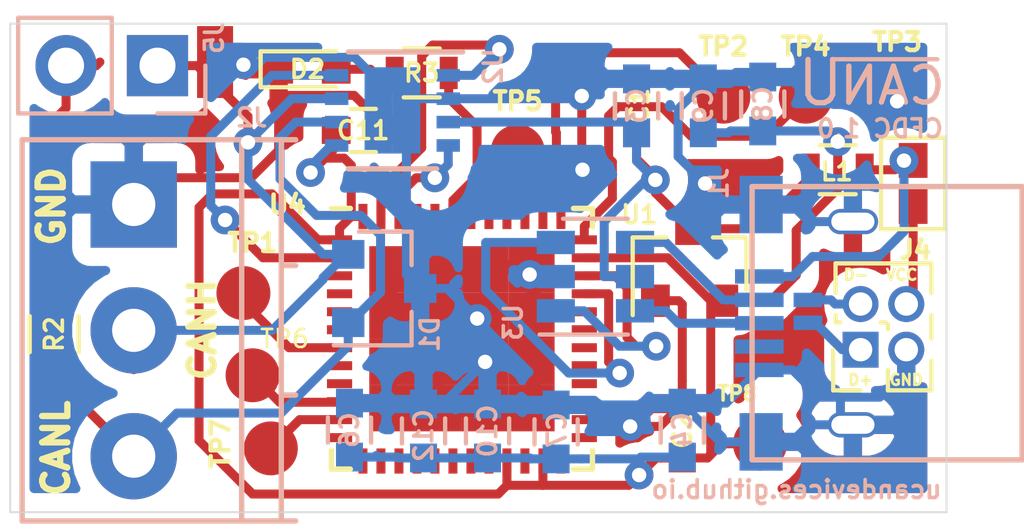
<source format=kicad_pcb>
(kicad_pcb (version 20171130) (host pcbnew "(5.1.4)-1")

  (general
    (thickness 1.6)
    (drawings 17)
    (tracks 320)
    (zones 0)
    (modules 35)
    (nets 58)
  )

  (page A4)
  (layers
    (0 F.Cu signal)
    (31 B.Cu signal)
    (32 B.Adhes user hide)
    (33 F.Adhes user hide)
    (34 B.Paste user)
    (35 F.Paste user hide)
    (36 B.SilkS user)
    (37 F.SilkS user)
    (38 B.Mask user)
    (39 F.Mask user)
    (40 Dwgs.User user)
    (41 Cmts.User user)
    (42 Eco1.User user)
    (43 Eco2.User user)
    (44 Edge.Cuts user)
    (45 Margin user)
    (46 B.CrtYd user)
    (47 F.CrtYd user)
    (48 B.Fab user hide)
    (49 F.Fab user hide)
  )

  (setup
    (last_trace_width 0.25)
    (trace_clearance 0.2)
    (zone_clearance 0.508)
    (zone_45_only no)
    (trace_min 0.2)
    (via_size 0.8)
    (via_drill 0.4)
    (via_min_size 0.4)
    (via_min_drill 0.3)
    (uvia_size 0.3)
    (uvia_drill 0.1)
    (uvias_allowed no)
    (uvia_min_size 0.2)
    (uvia_min_drill 0.1)
    (edge_width 0.05)
    (segment_width 0.2)
    (pcb_text_width 0.3)
    (pcb_text_size 1.5 1.5)
    (mod_edge_width 0.12)
    (mod_text_size 1 1)
    (mod_text_width 0.15)
    (pad_size 1 0.7)
    (pad_drill 0)
    (pad_to_mask_clearance 0.051)
    (solder_mask_min_width 0.25)
    (aux_axis_origin 0 0)
    (visible_elements 7FFDFFFF)
    (pcbplotparams
      (layerselection 0x010fc_ffffffff)
      (usegerberextensions false)
      (usegerberattributes false)
      (usegerberadvancedattributes false)
      (creategerberjobfile false)
      (excludeedgelayer true)
      (linewidth 0.100000)
      (plotframeref false)
      (viasonmask false)
      (mode 1)
      (useauxorigin false)
      (hpglpennumber 1)
      (hpglpenspeed 20)
      (hpglpendiameter 15.000000)
      (psnegative false)
      (psa4output false)
      (plotreference true)
      (plotvalue true)
      (plotinvisibletext false)
      (padsonsilk false)
      (subtractmaskfromsilk false)
      (outputformat 1)
      (mirror false)
      (drillshape 0)
      (scaleselection 1)
      (outputdirectory "output/"))
  )

  (net 0 "")
  (net 1 GND)
  (net 2 +5V)
  (net 3 +3V3)
  (net 4 "Net-(R3-Pad1)")
  (net 5 SW_CLK)
  (net 6 USB_DP)
  (net 7 USB_DM)
  (net 8 CAN_TX)
  (net 9 CAN_RX)
  (net 10 RESET)
  (net 11 SW_DIO)
  (net 12 "Net-(D2-Pad2)")
  (net 13 D-)
  (net 14 D+)
  (net 15 "Net-(J5-Pad2)")
  (net 16 VB_N)
  (net 17 CAN_STBY)
  (net 18 "Net-(J4-Pad1)")
  (net 19 "Net-(J4-Pad2)")
  (net 20 "Net-(J4-Pad4)")
  (net 21 SW_SWO)
  (net 22 "Net-(J1-Pad4)")
  (net 23 "Net-(U4-Pad3)")
  (net 24 "Net-(U4-Pad4)")
  (net 25 "Net-(U4-Pad5)")
  (net 26 "Net-(U4-Pad6)")
  (net 27 "Net-(U4-Pad8)")
  (net 28 "Net-(U4-Pad9)")
  (net 29 "Net-(U4-Pad12)")
  (net 30 "Net-(U4-Pad13)")
  (net 31 "Net-(U4-Pad14)")
  (net 32 "Net-(U4-Pad15)")
  (net 33 "Net-(U4-Pad16)")
  (net 34 "Net-(U4-Pad17)")
  (net 35 "Net-(U4-Pad18)")
  (net 36 "Net-(U4-Pad19)")
  (net 37 "Net-(U4-Pad20)")
  (net 38 "Net-(U4-Pad22)")
  (net 39 "Net-(U4-Pad24)")
  (net 40 "Net-(U4-Pad25)")
  (net 41 "Net-(U4-Pad26)")
  (net 42 "Net-(U4-Pad27)")
  (net 43 "Net-(U4-Pad28)")
  (net 44 "Net-(U4-Pad29)")
  (net 45 "Net-(U4-Pad30)")
  (net 46 "Net-(U4-Pad31)")
  (net 47 "Net-(U4-Pad32)")
  (net 48 "Net-(U4-Pad38)")
  (net 49 "Net-(U4-Pad39)")
  (net 50 "Net-(U4-Pad40)")
  (net 51 "Net-(U4-Pad42)")
  (net 52 "Net-(U4-Pad44)")
  (net 53 "Net-(U4-Pad45)")
  (net 54 /CANL)
  (net 55 /CANH)
  (net 56 "Net-(TP6-Pad1)")
  (net 57 "Net-(TP7-Pad1)")

  (net_class Default "This is the default net class."
    (clearance 0.2)
    (trace_width 0.25)
    (via_dia 0.8)
    (via_drill 0.4)
    (uvia_dia 0.3)
    (uvia_drill 0.1)
    (add_net +3V3)
    (add_net +5V)
    (add_net /CANH)
    (add_net /CANL)
    (add_net CAN_RX)
    (add_net CAN_STBY)
    (add_net CAN_TX)
    (add_net D+)
    (add_net D-)
    (add_net GND)
    (add_net "Net-(D2-Pad2)")
    (add_net "Net-(J1-Pad4)")
    (add_net "Net-(J4-Pad1)")
    (add_net "Net-(J4-Pad2)")
    (add_net "Net-(J4-Pad4)")
    (add_net "Net-(J5-Pad2)")
    (add_net "Net-(R3-Pad1)")
    (add_net "Net-(TP6-Pad1)")
    (add_net "Net-(TP7-Pad1)")
    (add_net "Net-(U4-Pad12)")
    (add_net "Net-(U4-Pad13)")
    (add_net "Net-(U4-Pad14)")
    (add_net "Net-(U4-Pad15)")
    (add_net "Net-(U4-Pad16)")
    (add_net "Net-(U4-Pad17)")
    (add_net "Net-(U4-Pad18)")
    (add_net "Net-(U4-Pad19)")
    (add_net "Net-(U4-Pad20)")
    (add_net "Net-(U4-Pad22)")
    (add_net "Net-(U4-Pad24)")
    (add_net "Net-(U4-Pad25)")
    (add_net "Net-(U4-Pad26)")
    (add_net "Net-(U4-Pad27)")
    (add_net "Net-(U4-Pad28)")
    (add_net "Net-(U4-Pad29)")
    (add_net "Net-(U4-Pad3)")
    (add_net "Net-(U4-Pad30)")
    (add_net "Net-(U4-Pad31)")
    (add_net "Net-(U4-Pad32)")
    (add_net "Net-(U4-Pad38)")
    (add_net "Net-(U4-Pad39)")
    (add_net "Net-(U4-Pad4)")
    (add_net "Net-(U4-Pad40)")
    (add_net "Net-(U4-Pad42)")
    (add_net "Net-(U4-Pad44)")
    (add_net "Net-(U4-Pad45)")
    (add_net "Net-(U4-Pad5)")
    (add_net "Net-(U4-Pad6)")
    (add_net "Net-(U4-Pad8)")
    (add_net "Net-(U4-Pad9)")
    (add_net RESET)
    (add_net SW_CLK)
    (add_net SW_DIO)
    (add_net SW_SWO)
    (add_net USB_DM)
    (add_net USB_DP)
    (add_net VB_N)
  )

  (module Pin_Header_Straight_1x02_Pitch2.54mm (layer B.Cu) (tedit 5ECEBA6F) (tstamp 5EA88924)
    (at 26.1874 25.6794 90)
    (descr "Through hole straight pin header, 1x02, 2.54mm pitch, single row")
    (tags "Through hole pin header THT 1x02 2.54mm single row")
    (path /5D65410E)
    (fp_text reference J5 (at 0.762 1.5748 90) (layer B.SilkS)
      (effects (font (size 0.5 0.5) (thickness 0.1)) (justify mirror))
    )
    (fp_text value Conn_01x02_Female (at 0 -4.87 90) (layer B.Fab)
      (effects (font (size 1 1) (thickness 0.15)) (justify mirror))
    )
    (fp_text user %R (at 0 -1.27) (layer B.Fab)
      (effects (font (size 1 1) (thickness 0.15)) (justify mirror))
    )
    (fp_line (start 1.8 1.8) (end -1.8 1.8) (layer B.CrtYd) (width 0.05))
    (fp_line (start 1.8 -4.35) (end 1.8 1.8) (layer B.CrtYd) (width 0.05))
    (fp_line (start -1.8 -4.35) (end 1.8 -4.35) (layer B.CrtYd) (width 0.05))
    (fp_line (start -1.8 1.8) (end -1.8 -4.35) (layer B.CrtYd) (width 0.05))
    (fp_line (start -1.33 1.33) (end 0 1.33) (layer B.SilkS) (width 0.12))
    (fp_line (start -1.33 0) (end -1.33 1.33) (layer B.SilkS) (width 0.12))
    (fp_line (start -1.33 -1.27) (end 1.33 -1.27) (layer B.SilkS) (width 0.12))
    (fp_line (start 1.33 -1.27) (end 1.33 -3.87) (layer B.SilkS) (width 0.12))
    (fp_line (start -1.33 -1.27) (end -1.33 -3.87) (layer B.SilkS) (width 0.12))
    (fp_line (start -1.33 -3.87) (end 1.33 -3.87) (layer B.SilkS) (width 0.12))
    (fp_line (start -1.27 0.635) (end -0.635 1.27) (layer B.Fab) (width 0.1))
    (fp_line (start -1.27 -3.81) (end -1.27 0.635) (layer B.Fab) (width 0.1))
    (fp_line (start 1.27 -3.81) (end -1.27 -3.81) (layer B.Fab) (width 0.1))
    (fp_line (start 1.27 1.27) (end 1.27 -3.81) (layer B.Fab) (width 0.1))
    (fp_line (start -0.635 1.27) (end 1.27 1.27) (layer B.Fab) (width 0.1))
    (pad 2 thru_hole oval (at 0 -2.54 90) (size 1.7 1.7) (drill 1) (layers *.Cu *.Mask)
      (net 15 "Net-(J5-Pad2)"))
    (pad 1 thru_hole rect (at 0 0 90) (size 1.7 1.7) (drill 1) (layers *.Cu *.Mask)
      (net 55 /CANH))
    (pad 2 smd rect (at 0.1 1.6) (size 1 2) (layers F.Cu F.Paste F.Mask)
      (net 15 "Net-(J5-Pad2)"))
    (model ${KISYS3DMOD}/Pin_Headers.3dshapes/Pin_Header_Straight_1x02_Pitch2.54mm.wrl
      (at (xyz 0 0 0))
      (scale (xyz 1 1 1))
      (rotate (xyz 0 0 0))
    )
  )

  (module TerminalBlocks_Phoenix:TerminalBlock_Phoenix_PT-3.5mm_3pol (layer B.Cu) (tedit 59FF0756) (tstamp 5D64E02A)
    (at 25.527 29.5402 270)
    (descr "3-way 3.5mm pitch terminal block, Phoenix PT series")
    (path /5D4B1563)
    (fp_text reference J2 (at -2.413 -3.2766) (layer B.SilkS)
      (effects (font (size 0.5 0.5) (thickness 0.1)) (justify mirror))
    )
    (fp_text value Screw_Terminal_01x03/3,5 (at 3.5 -6 270) (layer B.Fab)
      (effects (font (size 0.5 0.5) (thickness 0.1)) (justify mirror))
    )
    (fp_text user %R (at 3.5 0 270) (layer B.Fab)
      (effects (font (size 0.5 0.5) (thickness 0.1)) (justify mirror))
    )
    (fp_line (start -2 3.3) (end 9 3.3) (layer B.CrtYd) (width 0.05))
    (fp_line (start -2 -4.7) (end -2 3.3) (layer B.CrtYd) (width 0.05))
    (fp_line (start 9 -4.7) (end -2 -4.7) (layer B.CrtYd) (width 0.05))
    (fp_line (start 9 3.3) (end 9 -4.7) (layer B.CrtYd) (width 0.05))
    (fp_line (start 1.7 -4.1) (end 1.7 -4.5) (layer B.SilkS) (width 0.15))
    (fp_line (start 5.3 -4.1) (end 5.3 -4.5) (layer B.SilkS) (width 0.15))
    (fp_line (start -1.8 -3) (end 8.8 -3) (layer B.SilkS) (width 0.15))
    (fp_line (start -1.8 -4.1) (end 8.8 -4.1) (layer B.SilkS) (width 0.15))
    (fp_line (start -1.8 3.1) (end -1.8 -4.5) (layer B.SilkS) (width 0.15))
    (fp_line (start 8.8 -4.5) (end 8.8 3.1) (layer B.SilkS) (width 0.15))
    (fp_line (start 8.8 3.1) (end -1.8 3.1) (layer B.SilkS) (width 0.15))
    (pad 2 thru_hole circle (at 3.5 0 270) (size 2.4 2.4) (drill 1.2) (layers *.Cu *.Mask)
      (net 55 /CANH))
    (pad 3 thru_hole circle (at 7 0 270) (size 2.4 2.4) (drill 1.2) (layers *.Cu *.Mask)
      (net 54 /CANL))
    (pad 1 thru_hole rect (at 0 0 270) (size 2.4 2.4) (drill 1.2) (layers *.Cu *.Mask)
      (net 1 GND))
    (model ${KISYS3DMOD}/TerminalBlock_Phoenix.3dshapes/TerminalBlock_Phoenix_PT-3.5mm_3pol.wrl
      (at (xyz 0 0 0))
      (scale (xyz 1 1 1))
      (rotate (xyz 0 0 0))
    )
  )

  (module Connectors:GS2 (layer F.Cu) (tedit 5E635B78) (tstamp 5E636F98)
    (at 47.1805 28.956 180)
    (descr "2-pin solder bridge")
    (tags "solder bridge")
    (path /5E6444B1)
    (attr smd)
    (fp_text reference JP3 (at 0.1905 0 270) (layer F.SilkS) hide
      (effects (font (size 1 1) (thickness 0.15)))
    )
    (fp_text value SolderJumper_2_Open (at -1.8 0 270) (layer F.Fab)
      (effects (font (size 1 1) (thickness 0.15)))
    )
    (fp_line (start -0.89 -1.27) (end 0.89 -1.27) (layer F.SilkS) (width 0.12))
    (fp_line (start 0.89 1.27) (end -0.89 1.27) (layer F.SilkS) (width 0.12))
    (fp_line (start 0.89 1.27) (end 0.89 -1.27) (layer F.SilkS) (width 0.12))
    (fp_line (start -0.89 -1.27) (end -0.89 1.27) (layer F.SilkS) (width 0.12))
    (fp_line (start -1.1 -1.45) (end 1.1 -1.45) (layer F.CrtYd) (width 0.05))
    (fp_line (start -1.1 1.5) (end -1.1 -1.45) (layer F.CrtYd) (width 0.05))
    (fp_line (start 1.1 1.5) (end -1.1 1.5) (layer F.CrtYd) (width 0.05))
    (fp_line (start 1.1 -1.45) (end 1.1 1.5) (layer F.CrtYd) (width 0.05))
    (pad 2 smd rect (at 0 0.64 180) (size 0.8 0.97) (layers F.Cu F.Paste F.Mask)
      (net 16 VB_N))
    (pad 1 smd rect (at 0 -0.64 180) (size 0.8 0.97) (layers F.Cu F.Paste F.Mask)
      (net 20 "Net-(J4-Pad4)"))
  )

  (module ucan_custom:mini_GS2 (layer B.Cu) (tedit 5E635988) (tstamp 5E636613)
    (at 44.2595 32.1945 90)
    (descr "2-pin solder bridge")
    (tags "solder bridge")
    (path /5E643C64)
    (attr smd)
    (fp_text reference JP2 (at 0.069999 0) (layer B.SilkS) hide
      (effects (font (size 0.5 0.5) (thickness 0.125)) (justify mirror))
    )
    (fp_text value SolderJumper_2_Open (at -1.8 0) (layer B.Fab)
      (effects (font (size 1 1) (thickness 0.15)) (justify mirror))
    )
    (pad 1 smd rect (at 0 -0.2 90) (size 0.4 0.4) (layers B.Cu B.Paste B.Mask)
      (net 19 "Net-(J4-Pad2)"))
    (pad 1 smd rect (at 0 0.2 90) (size 0.4 0.4) (layers B.Cu B.Paste B.Mask)
      (net 19 "Net-(J4-Pad2)"))
  )

  (module ucan_custom:mini_GS2 (layer B.Cu) (tedit 5E635988) (tstamp 5E63666F)
    (at 44.2595 32.8295 90)
    (descr "2-pin solder bridge")
    (tags "solder bridge")
    (path /5E6428F6)
    (attr smd)
    (fp_text reference JP1 (at 0 0 -180) (layer B.SilkS) hide
      (effects (font (size 0.5 0.5) (thickness 0.125)) (justify mirror))
    )
    (fp_text value SolderJumper_2_Open (at -1.8 0 -180) (layer B.Fab)
      (effects (font (size 1 1) (thickness 0.15)) (justify mirror))
    )
    (pad 1 smd rect (at 0 -0.2 90) (size 0.4 0.4) (layers B.Cu B.Paste B.Mask)
      (net 18 "Net-(J4-Pad1)"))
    (pad 1 smd rect (at 0 0.2 90) (size 0.4 0.4) (layers B.Cu B.Paste B.Mask)
      (net 18 "Net-(J4-Pad1)"))
  )

  (module Pin_Headers:Pin_Header_Straight_2x02_Pitch1.27mm (layer F.Cu) (tedit 5E635B1A) (tstamp 5D723C47)
    (at 45.72 33.5788 90)
    (descr "Through hole straight pin header, 2x02, 1.27mm pitch, double rows")
    (tags "Through hole pin header THT 2x02 1.27mm double row")
    (path /5D4F331E)
    (fp_text reference J4 (at 2.7813 1.524 180) (layer F.SilkS)
      (effects (font (size 0.5 0.5) (thickness 0.125)))
    )
    (fp_text value Conn_01x04_Male (at 0.635 2.965 90) (layer F.Fab)
      (effects (font (size 1 1) (thickness 0.15)))
    )
    (fp_line (start -0.2175 -0.635) (end 2.34 -0.635) (layer F.Fab) (width 0.1))
    (fp_line (start 2.34 -0.635) (end 2.34 1.905) (layer F.Fab) (width 0.1))
    (fp_line (start 2.34 1.905) (end -1.07 1.905) (layer F.Fab) (width 0.1))
    (fp_line (start -1.07 1.905) (end -1.07 0.2175) (layer F.Fab) (width 0.1))
    (fp_line (start -1.07 0.2175) (end -0.2175 -0.635) (layer F.Fab) (width 0.1))
    (fp_line (start -1.13 1.965) (end -0.30753 1.965) (layer F.SilkS) (width 0.12))
    (fp_line (start 1.57753 1.965) (end 2.4 1.965) (layer F.SilkS) (width 0.12))
    (fp_line (start 0.30753 1.965) (end 0.96247 1.965) (layer F.SilkS) (width 0.12))
    (fp_line (start -1.13 0.76) (end -1.13 1.965) (layer F.SilkS) (width 0.12))
    (fp_line (start 2.4 -0.695) (end 2.4 1.965) (layer F.SilkS) (width 0.12))
    (fp_line (start -1.13 0.76) (end -0.563471 0.76) (layer F.SilkS) (width 0.12))
    (fp_line (start 0.563471 0.76) (end 0.706529 0.76) (layer F.SilkS) (width 0.12))
    (fp_line (start 0.76 0.706529) (end 0.76 0.563471) (layer F.SilkS) (width 0.12))
    (fp_line (start 0.76 -0.563471) (end 0.76 -0.695) (layer F.SilkS) (width 0.12))
    (fp_line (start 0.76 -0.695) (end 0.96247 -0.695) (layer F.SilkS) (width 0.12))
    (fp_line (start 1.57753 -0.695) (end 2.4 -0.695) (layer F.SilkS) (width 0.12))
    (fp_line (start -1.13 0) (end -1.13 -0.76) (layer F.SilkS) (width 0.12))
    (fp_line (start -1.13 -0.76) (end 0 -0.76) (layer F.SilkS) (width 0.12))
    (fp_line (start -1.6 -1.15) (end -1.6 2.45) (layer F.CrtYd) (width 0.05))
    (fp_line (start -1.6 2.45) (end 2.85 2.45) (layer F.CrtYd) (width 0.05))
    (fp_line (start 2.85 2.45) (end 2.85 -1.15) (layer F.CrtYd) (width 0.05))
    (fp_line (start 2.85 -1.15) (end -1.6 -1.15) (layer F.CrtYd) (width 0.05))
    (fp_text user %R (at 0.635 0.635) (layer F.Fab)
      (effects (font (size 1 1) (thickness 0.15)))
    )
    (pad 1 thru_hole rect (at 0 0 90) (size 1 1) (drill 0.65) (layers *.Cu *.Mask)
      (net 18 "Net-(J4-Pad1)"))
    (pad 2 thru_hole oval (at 1.27 0 90) (size 1 1) (drill 0.65) (layers *.Cu *.Mask)
      (net 19 "Net-(J4-Pad2)"))
    (pad 3 thru_hole oval (at 0 1.27 90) (size 1 1) (drill 0.65) (layers *.Cu *.Mask)
      (net 1 GND))
    (pad 4 thru_hole oval (at 1.27 1.27 90) (size 1 1) (drill 0.65) (layers *.Cu *.Mask)
      (net 20 "Net-(J4-Pad4)"))
    (model ${KISYS3DMOD}/Pin_Headers.3dshapes/Pin_Header_Straight_2x02_Pitch1.27mm.wrl
      (at (xyz 0 0 0))
      (scale (xyz 1 1 1))
      (rotate (xyz 0 0 0))
    )
  )

  (module ucan_custom:USBMCS1B5W (layer B.Cu) (tedit 5DC699FF) (tstamp 5DC6B1C2)
    (at 42.907 32.8422)
    (path /5D4ACCF3)
    (fp_text reference J1 (at -1.124 -3.8862 90) (layer B.SilkS)
      (effects (font (size 0.5 0.5) (thickness 0.1)) (justify mirror))
    )
    (fp_text value USBMCS1B5W (at 0 -5.6 180) (layer B.Fab)
      (effects (font (size 0.5 0.5) (thickness 0.1)) (justify mirror))
    )
    (fp_line (start 7.3 3.8) (end -0.2 3.8) (layer B.SilkS) (width 0.15))
    (fp_line (start 7.3 -3.8) (end 7.3 3.8) (layer B.SilkS) (width 0.15))
    (fp_line (start -0.2 -3.8) (end 7.3 -3.8) (layer B.SilkS) (width 0.15))
    (fp_line (start -0.2 3.8) (end -0.2 -3.8) (layer B.SilkS) (width 0.15))
    (fp_text user %R (at 0 -1.05 90) (layer B.Fab)
      (effects (font (size 0.5 0.5) (thickness 0.1)) (justify mirror))
    )
    (fp_text user "PCB Edge" (at 5.715 -0.0508 90) (layer Dwgs.User)
      (effects (font (size 0.5 0.5) (thickness 0.1)))
    )
    (pad 6 smd rect (at 0.05 -3.3 270) (size 1.6 1.2) (layers B.Cu B.Paste B.Mask)
      (net 1 GND))
    (pad 6 thru_hole oval (at 2.6 2.825 270) (size 0.7 1.4) (drill oval 0.5 1.2) (layers *.Cu *.Mask)
      (net 1 GND))
    (pad 6 smd rect (at 0.05 3.3 270) (size 1.6 1.2) (layers B.Cu B.Paste B.Mask)
      (net 1 GND))
    (pad 6 thru_hole oval (at 2.6 -2.825 270) (size 0.7 1.4) (drill oval 0.5 1.2) (layers *.Cu *.Mask)
      (net 1 GND))
    (pad "" np_thru_hole circle (at 0.4 2) (size 0.6 0.6) (drill 0.6) (layers *.Cu *.Mask))
    (pad "" np_thru_hole circle (at 0.4 -2) (size 0.6 0.6) (drill 0.6) (layers *.Cu *.Mask))
    (pad 1 smd rect (at 0 -1.3) (size 1.35 0.4) (layers B.Cu B.Paste B.Mask)
      (net 16 VB_N))
    (pad 2 smd rect (at 0 -0.65) (size 1.35 0.4) (layers B.Cu B.Paste B.Mask)
      (net 13 D-))
    (pad 5 smd rect (at 0 1.3) (size 1.35 0.4) (layers B.Cu B.Paste B.Mask)
      (net 1 GND))
    (pad 4 smd rect (at 0 0.65) (size 1.35 0.4) (layers B.Cu B.Paste B.Mask)
      (net 22 "Net-(J1-Pad4)"))
    (pad 3 smd rect (at 0 0) (size 1.35 0.4) (layers B.Cu B.Paste B.Mask)
      (net 14 D+))
  )

  (module Measurement_Points:Measurement_Point_Round-SMD-Pad_Small (layer F.Cu) (tedit 56C35ED0) (tstamp 5DBB574F)
    (at 28.575 32.004)
    (descr "Mesurement Point, Round, SMD Pad, DM 1.5mm,")
    (tags "Mesurement Point Round SMD Pad 1.5mm")
    (path /5DBBB855)
    (attr virtual)
    (fp_text reference TP1 (at 0.254 -1.397) (layer F.SilkS)
      (effects (font (size 0.5 0.5) (thickness 0.125)))
    )
    (fp_text value TestPoint (at 0 2) (layer F.Fab)
      (effects (font (size 1 1) (thickness 0.15)))
    )
    (fp_circle (center 0 0) (end 1 0) (layer F.CrtYd) (width 0.05))
    (pad 1 smd circle (at 0 0) (size 1.5 1.5) (layers F.Cu F.Mask)
      (net 10 RESET))
  )

  (module Measurement_Points:Measurement_Point_Round-SMD-Pad_Small (layer F.Cu) (tedit 56C35ED0) (tstamp 5DBB5758)
    (at 44.196 26.543)
    (descr "Mesurement Point, Round, SMD Pad, DM 1.5mm,")
    (tags "Mesurement Point Round SMD Pad 1.5mm")
    (path /5DBBC8FA)
    (attr virtual)
    (fp_text reference TP4 (at 0 -1.397) (layer F.SilkS)
      (effects (font (size 0.5 0.5) (thickness 0.125)))
    )
    (fp_text value TestPoint (at 0 2) (layer F.Fab)
      (effects (font (size 1 1) (thickness 0.15)))
    )
    (fp_circle (center 0 0) (end 1 0) (layer F.CrtYd) (width 0.05))
    (pad 1 smd circle (at 0 0) (size 1.5 1.5) (layers F.Cu F.Mask)
      (net 11 SW_DIO))
  )

  (module Measurement_Points:Measurement_Point_Round-SMD-Pad_Small (layer F.Cu) (tedit 56C35ED0) (tstamp 5DBB5755)
    (at 46.736 26.289)
    (descr "Mesurement Point, Round, SMD Pad, DM 1.5mm,")
    (tags "Mesurement Point Round SMD Pad 1.5mm")
    (path /5DBBC798)
    (attr virtual)
    (fp_text reference TP3 (at 0 -1.27) (layer F.SilkS)
      (effects (font (size 0.5 0.5) (thickness 0.125)))
    )
    (fp_text value TestPoint (at 0 2) (layer F.Fab)
      (effects (font (size 1 1) (thickness 0.15)))
    )
    (fp_circle (center 0 0) (end 1 0) (layer F.CrtYd) (width 0.05))
    (pad 1 smd circle (at 0 0) (size 1.5 1.5) (layers F.Cu F.Mask)
      (net 1 GND))
  )

  (module Measurement_Points:Measurement_Point_Round-SMD-Pad_Small (layer F.Cu) (tedit 56C35ED0) (tstamp 5DBB5752)
    (at 41.91 26.543)
    (descr "Mesurement Point, Round, SMD Pad, DM 1.5mm,")
    (tags "Mesurement Point Round SMD Pad 1.5mm")
    (path /5DBBC61F)
    (attr virtual)
    (fp_text reference TP2 (at 0 -1.397) (layer F.SilkS)
      (effects (font (size 0.5 0.5) (thickness 0.125)))
    )
    (fp_text value TestPoint (at 0 2) (layer F.Fab)
      (effects (font (size 1 1) (thickness 0.15)))
    )
    (fp_circle (center 0 0) (end 1 0) (layer F.CrtYd) (width 0.05))
    (pad 1 smd circle (at 0 0) (size 1.5 1.5) (layers F.Cu F.Mask)
      (net 5 SW_CLK))
  )

  (module Housings_DFN_QFN:QFN-48-1EP_7x7mm_Pitch0.5mm (layer F.Cu) (tedit 54130A77) (tstamp 5DBB433A)
    (at 34.6456 33.274)
    (descr "UK Package; 48-Lead Plastic QFN (7mm x 7mm); (see Linear Technology QFN_48_05-08-1704.pdf)")
    (tags "QFN 0.5")
    (path /5DBB910B)
    (attr smd)
    (fp_text reference U4 (at -4.8514 -3.7338) (layer F.SilkS)
      (effects (font (size 0.5 0.5) (thickness 0.125)))
    )
    (fp_text value STM32G431CBUx (at 0 4.75) (layer F.Fab)
      (effects (font (size 1 1) (thickness 0.15)))
    )
    (fp_line (start -2.5 -3.5) (end 3.5 -3.5) (layer F.Fab) (width 0.15))
    (fp_line (start 3.5 -3.5) (end 3.5 3.5) (layer F.Fab) (width 0.15))
    (fp_line (start 3.5 3.5) (end -3.5 3.5) (layer F.Fab) (width 0.15))
    (fp_line (start -3.5 3.5) (end -3.5 -2.5) (layer F.Fab) (width 0.15))
    (fp_line (start -3.5 -2.5) (end -2.5 -3.5) (layer F.Fab) (width 0.15))
    (fp_line (start -4 -4) (end -4 4) (layer F.CrtYd) (width 0.05))
    (fp_line (start 4 -4) (end 4 4) (layer F.CrtYd) (width 0.05))
    (fp_line (start -4 -4) (end 4 -4) (layer F.CrtYd) (width 0.05))
    (fp_line (start -4 4) (end 4 4) (layer F.CrtYd) (width 0.05))
    (fp_line (start 3.625 -3.625) (end 3.625 -3.1) (layer F.SilkS) (width 0.15))
    (fp_line (start -3.625 3.625) (end -3.625 3.1) (layer F.SilkS) (width 0.15))
    (fp_line (start 3.625 3.625) (end 3.625 3.1) (layer F.SilkS) (width 0.15))
    (fp_line (start -3.625 -3.625) (end -3.1 -3.625) (layer F.SilkS) (width 0.15))
    (fp_line (start -3.625 3.625) (end -3.1 3.625) (layer F.SilkS) (width 0.15))
    (fp_line (start 3.625 3.625) (end 3.1 3.625) (layer F.SilkS) (width 0.15))
    (fp_line (start 3.625 -3.625) (end 3.1 -3.625) (layer F.SilkS) (width 0.15))
    (pad 1 smd rect (at -3.4 -2.75) (size 0.7 0.25) (layers F.Cu F.Paste F.Mask)
      (net 3 +3V3))
    (pad 2 smd rect (at -3.4 -2.25) (size 0.7 0.25) (layers F.Cu F.Paste F.Mask)
      (net 17 CAN_STBY))
    (pad 3 smd rect (at -3.4 -1.75) (size 0.7 0.25) (layers F.Cu F.Paste F.Mask)
      (net 23 "Net-(U4-Pad3)"))
    (pad 4 smd rect (at -3.4 -1.25) (size 0.7 0.25) (layers F.Cu F.Paste F.Mask)
      (net 24 "Net-(U4-Pad4)"))
    (pad 5 smd rect (at -3.4 -0.75) (size 0.7 0.25) (layers F.Cu F.Paste F.Mask)
      (net 25 "Net-(U4-Pad5)"))
    (pad 6 smd rect (at -3.4 -0.25) (size 0.7 0.25) (layers F.Cu F.Paste F.Mask)
      (net 26 "Net-(U4-Pad6)"))
    (pad 7 smd rect (at -3.4 0.25) (size 0.7 0.25) (layers F.Cu F.Paste F.Mask)
      (net 10 RESET))
    (pad 8 smd rect (at -3.4 0.75) (size 0.7 0.25) (layers F.Cu F.Paste F.Mask)
      (net 27 "Net-(U4-Pad8)"))
    (pad 9 smd rect (at -3.4 1.25) (size 0.7 0.25) (layers F.Cu F.Paste F.Mask)
      (net 28 "Net-(U4-Pad9)"))
    (pad 10 smd rect (at -3.4 1.75) (size 0.7 0.25) (layers F.Cu F.Paste F.Mask)
      (net 56 "Net-(TP6-Pad1)"))
    (pad 11 smd rect (at -3.4 2.25) (size 0.7 0.25) (layers F.Cu F.Paste F.Mask)
      (net 57 "Net-(TP7-Pad1)"))
    (pad 12 smd rect (at -3.4 2.75) (size 0.7 0.25) (layers F.Cu F.Paste F.Mask)
      (net 29 "Net-(U4-Pad12)"))
    (pad 13 smd rect (at -2.75 3.4 90) (size 0.7 0.25) (layers F.Cu F.Paste F.Mask)
      (net 30 "Net-(U4-Pad13)"))
    (pad 14 smd rect (at -2.25 3.4 90) (size 0.7 0.25) (layers F.Cu F.Paste F.Mask)
      (net 31 "Net-(U4-Pad14)"))
    (pad 15 smd rect (at -1.75 3.4 90) (size 0.7 0.25) (layers F.Cu F.Paste F.Mask)
      (net 32 "Net-(U4-Pad15)"))
    (pad 16 smd rect (at -1.25 3.4 90) (size 0.7 0.25) (layers F.Cu F.Paste F.Mask)
      (net 33 "Net-(U4-Pad16)"))
    (pad 17 smd rect (at -0.75 3.4 90) (size 0.7 0.25) (layers F.Cu F.Paste F.Mask)
      (net 34 "Net-(U4-Pad17)"))
    (pad 18 smd rect (at -0.25 3.4 90) (size 0.7 0.25) (layers F.Cu F.Paste F.Mask)
      (net 35 "Net-(U4-Pad18)"))
    (pad 19 smd rect (at 0.25 3.4 90) (size 0.7 0.25) (layers F.Cu F.Paste F.Mask)
      (net 36 "Net-(U4-Pad19)"))
    (pad 20 smd rect (at 0.75 3.4 90) (size 0.7 0.25) (layers F.Cu F.Paste F.Mask)
      (net 37 "Net-(U4-Pad20)"))
    (pad 21 smd rect (at 1.25 3.4 90) (size 0.7 0.25) (layers F.Cu F.Paste F.Mask)
      (net 3 +3V3))
    (pad 22 smd rect (at 1.75 3.4 90) (size 0.7 0.25) (layers F.Cu F.Paste F.Mask)
      (net 38 "Net-(U4-Pad22)"))
    (pad 23 smd rect (at 2.25 3.4 90) (size 0.7 0.25) (layers F.Cu F.Paste F.Mask)
      (net 3 +3V3))
    (pad 24 smd rect (at 2.75 3.4 90) (size 0.7 0.25) (layers F.Cu F.Paste F.Mask)
      (net 39 "Net-(U4-Pad24)"))
    (pad 25 smd rect (at 3.4 2.75) (size 0.7 0.25) (layers F.Cu F.Paste F.Mask)
      (net 40 "Net-(U4-Pad25)"))
    (pad 26 smd rect (at 3.4 2.25) (size 0.7 0.25) (layers F.Cu F.Paste F.Mask)
      (net 41 "Net-(U4-Pad26)"))
    (pad 27 smd rect (at 3.4 1.75) (size 0.7 0.25) (layers F.Cu F.Paste F.Mask)
      (net 42 "Net-(U4-Pad27)"))
    (pad 28 smd rect (at 3.4 1.25) (size 0.7 0.25) (layers F.Cu F.Paste F.Mask)
      (net 43 "Net-(U4-Pad28)"))
    (pad 29 smd rect (at 3.4 0.75) (size 0.7 0.25) (layers F.Cu F.Paste F.Mask)
      (net 44 "Net-(U4-Pad29)"))
    (pad 30 smd rect (at 3.4 0.25) (size 0.7 0.25) (layers F.Cu F.Paste F.Mask)
      (net 45 "Net-(U4-Pad30)"))
    (pad 31 smd rect (at 3.4 -0.25) (size 0.7 0.25) (layers F.Cu F.Paste F.Mask)
      (net 46 "Net-(U4-Pad31)"))
    (pad 32 smd rect (at 3.4 -0.75) (size 0.7 0.25) (layers F.Cu F.Paste F.Mask)
      (net 47 "Net-(U4-Pad32)"))
    (pad 33 smd rect (at 3.4 -1.25) (size 0.7 0.25) (layers F.Cu F.Paste F.Mask)
      (net 7 USB_DM))
    (pad 34 smd rect (at 3.4 -1.75) (size 0.7 0.25) (layers F.Cu F.Paste F.Mask)
      (net 6 USB_DP))
    (pad 35 smd rect (at 3.4 -2.25) (size 0.7 0.25) (layers F.Cu F.Paste F.Mask)
      (net 3 +3V3))
    (pad 36 smd rect (at 3.4 -2.75) (size 0.7 0.25) (layers F.Cu F.Paste F.Mask)
      (net 11 SW_DIO))
    (pad 37 smd rect (at 2.75 -3.4 90) (size 0.7 0.25) (layers F.Cu F.Paste F.Mask)
      (net 5 SW_CLK))
    (pad 38 smd rect (at 2.25 -3.4 90) (size 0.7 0.25) (layers F.Cu F.Paste F.Mask)
      (net 48 "Net-(U4-Pad38)"))
    (pad 39 smd rect (at 1.75 -3.4 90) (size 0.7 0.25) (layers F.Cu F.Paste F.Mask)
      (net 49 "Net-(U4-Pad39)"))
    (pad 40 smd rect (at 1.25 -3.4 90) (size 0.7 0.25) (layers F.Cu F.Paste F.Mask)
      (net 50 "Net-(U4-Pad40)"))
    (pad 41 smd rect (at 0.75 -3.4 90) (size 0.7 0.25) (layers F.Cu F.Paste F.Mask)
      (net 21 SW_SWO))
    (pad 42 smd rect (at 0.25 -3.4 90) (size 0.7 0.25) (layers F.Cu F.Paste F.Mask)
      (net 51 "Net-(U4-Pad42)"))
    (pad 43 smd rect (at -0.25 -3.4 90) (size 0.7 0.25) (layers F.Cu F.Paste F.Mask)
      (net 4 "Net-(R3-Pad1)"))
    (pad 44 smd rect (at -0.75 -3.4 90) (size 0.7 0.25) (layers F.Cu F.Paste F.Mask)
      (net 52 "Net-(U4-Pad44)"))
    (pad 45 smd rect (at -1.25 -3.4 90) (size 0.7 0.25) (layers F.Cu F.Paste F.Mask)
      (net 53 "Net-(U4-Pad45)"))
    (pad 46 smd rect (at -1.75 -3.4 90) (size 0.7 0.25) (layers F.Cu F.Paste F.Mask)
      (net 9 CAN_RX))
    (pad 47 smd rect (at -2.25 -3.4 90) (size 0.7 0.25) (layers F.Cu F.Paste F.Mask)
      (net 8 CAN_TX))
    (pad 48 smd rect (at -2.75 -3.4 90) (size 0.7 0.25) (layers F.Cu F.Paste F.Mask)
      (net 3 +3V3))
    (pad 49 smd rect (at 1.93125 1.93125) (size 1.2875 1.2875) (layers F.Cu F.Paste F.Mask)
      (net 1 GND) (solder_paste_margin_ratio -0.2))
    (pad 49 smd rect (at 1.93125 0.64375) (size 1.2875 1.2875) (layers F.Cu F.Paste F.Mask)
      (net 1 GND) (solder_paste_margin_ratio -0.2))
    (pad 49 smd rect (at 1.93125 -0.64375) (size 1.2875 1.2875) (layers F.Cu F.Paste F.Mask)
      (net 1 GND) (solder_paste_margin_ratio -0.2))
    (pad 49 smd rect (at 1.93125 -1.93125) (size 1.2875 1.2875) (layers F.Cu F.Paste F.Mask)
      (net 1 GND) (solder_paste_margin_ratio -0.2))
    (pad 49 smd rect (at 0.64375 1.93125) (size 1.2875 1.2875) (layers F.Cu F.Paste F.Mask)
      (net 1 GND) (solder_paste_margin_ratio -0.2))
    (pad 49 smd rect (at 0.64375 0.64375) (size 1.2875 1.2875) (layers F.Cu F.Paste F.Mask)
      (net 1 GND) (solder_paste_margin_ratio -0.2))
    (pad 49 smd rect (at 0.64375 -0.64375) (size 1.2875 1.2875) (layers F.Cu F.Paste F.Mask)
      (net 1 GND) (solder_paste_margin_ratio -0.2))
    (pad 49 smd rect (at 0.64375 -1.93125) (size 1.2875 1.2875) (layers F.Cu F.Paste F.Mask)
      (net 1 GND) (solder_paste_margin_ratio -0.2))
    (pad 49 smd rect (at -0.64375 1.93125) (size 1.2875 1.2875) (layers F.Cu F.Paste F.Mask)
      (net 1 GND) (solder_paste_margin_ratio -0.2))
    (pad 49 smd rect (at -0.64375 0.64375) (size 1.2875 1.2875) (layers F.Cu F.Paste F.Mask)
      (net 1 GND) (solder_paste_margin_ratio -0.2))
    (pad 49 smd rect (at -0.64375 -0.64375) (size 1.2875 1.2875) (layers F.Cu F.Paste F.Mask)
      (net 1 GND) (solder_paste_margin_ratio -0.2))
    (pad 49 smd rect (at -0.64375 -1.93125) (size 1.2875 1.2875) (layers F.Cu F.Paste F.Mask)
      (net 1 GND) (solder_paste_margin_ratio -0.2))
    (pad 49 smd rect (at -1.93125 1.93125) (size 1.2875 1.2875) (layers F.Cu F.Paste F.Mask)
      (net 1 GND) (solder_paste_margin_ratio -0.2))
    (pad 49 smd rect (at -1.93125 0.64375) (size 1.2875 1.2875) (layers F.Cu F.Paste F.Mask)
      (net 1 GND) (solder_paste_margin_ratio -0.2))
    (pad 49 smd rect (at -1.93125 -0.64375) (size 1.2875 1.2875) (layers F.Cu F.Paste F.Mask)
      (net 1 GND) (solder_paste_margin_ratio -0.2))
    (pad 49 smd rect (at -1.93125 -1.93125) (size 1.2875 1.2875) (layers F.Cu F.Paste F.Mask)
      (net 1 GND) (solder_paste_margin_ratio -0.2))
    (model ${KISYS3DMOD}/Housings_DFN_QFN.3dshapes/QFN-48-1EP_7x7mm_Pitch0.5mm.wrl
      (at (xyz 0 0 0))
      (scale (xyz 1 1 1))
      (rotate (xyz 0 0 0))
    )
  )

  (module Resistors_SMD:R_0603 (layer F.Cu) (tedit 58E0A804) (tstamp 5D726BED)
    (at 45.085 28.575 180)
    (descr "Resistor SMD 0603, reflow soldering, Vishay (see dcrcw.pdf)")
    (tags "resistor 0603")
    (path /5D759A2E)
    (attr smd)
    (fp_text reference L1 (at 0.0254 -0.0508) (layer F.SilkS)
      (effects (font (size 0.5 0.5) (thickness 0.1)))
    )
    (fp_text value BLM18TG601TN1D (at 0 1.5) (layer F.Fab)
      (effects (font (size 1 1) (thickness 0.15)))
    )
    (fp_text user %R (at 0 0) (layer F.Fab)
      (effects (font (size 0.4 0.4) (thickness 0.075)))
    )
    (fp_line (start -0.8 0.4) (end -0.8 -0.4) (layer F.Fab) (width 0.1))
    (fp_line (start 0.8 0.4) (end -0.8 0.4) (layer F.Fab) (width 0.1))
    (fp_line (start 0.8 -0.4) (end 0.8 0.4) (layer F.Fab) (width 0.1))
    (fp_line (start -0.8 -0.4) (end 0.8 -0.4) (layer F.Fab) (width 0.1))
    (fp_line (start 0.5 0.68) (end -0.5 0.68) (layer F.SilkS) (width 0.12))
    (fp_line (start -0.5 -0.68) (end 0.5 -0.68) (layer F.SilkS) (width 0.12))
    (fp_line (start -1.25 -0.7) (end 1.25 -0.7) (layer F.CrtYd) (width 0.05))
    (fp_line (start -1.25 -0.7) (end -1.25 0.7) (layer F.CrtYd) (width 0.05))
    (fp_line (start 1.25 0.7) (end 1.25 -0.7) (layer F.CrtYd) (width 0.05))
    (fp_line (start 1.25 0.7) (end -1.25 0.7) (layer F.CrtYd) (width 0.05))
    (pad 1 smd rect (at -0.75 0 180) (size 0.5 0.9) (layers F.Cu F.Paste F.Mask)
      (net 16 VB_N))
    (pad 2 smd rect (at 0.75 0 180) (size 0.5 0.9) (layers F.Cu F.Paste F.Mask)
      (net 2 +5V))
    (model ${KISYS3DMOD}/Resistors_SMD.3dshapes/R_0603.wrl
      (at (xyz 0 0 0))
      (scale (xyz 1 1 1))
      (rotate (xyz 0 0 0))
    )
  )

  (module Resistors_SMD:R_0603 (layer F.Cu) (tedit 58E0A804) (tstamp 5D4F58AC)
    (at 33.528 25.8826 180)
    (descr "Resistor SMD 0603, reflow soldering, Vishay (see dcrcw.pdf)")
    (tags "resistor 0603")
    (path /5D55B428)
    (attr smd)
    (fp_text reference R3 (at 0 0) (layer F.SilkS)
      (effects (font (size 0.5 0.5) (thickness 0.1)))
    )
    (fp_text value 1k (at 0 1.5) (layer F.Fab)
      (effects (font (size 0.5 0.5) (thickness 0.1)))
    )
    (fp_text user %R (at 0 0) (layer F.Fab)
      (effects (font (size 0.5 0.5) (thickness 0.1)))
    )
    (fp_line (start -0.8 0.4) (end -0.8 -0.4) (layer F.Fab) (width 0.1))
    (fp_line (start 0.8 0.4) (end -0.8 0.4) (layer F.Fab) (width 0.1))
    (fp_line (start 0.8 -0.4) (end 0.8 0.4) (layer F.Fab) (width 0.1))
    (fp_line (start -0.8 -0.4) (end 0.8 -0.4) (layer F.Fab) (width 0.1))
    (fp_line (start 0.5 0.68) (end -0.5 0.68) (layer F.SilkS) (width 0.12))
    (fp_line (start -0.5 -0.68) (end 0.5 -0.68) (layer F.SilkS) (width 0.12))
    (fp_line (start -1.25 -0.7) (end 1.25 -0.7) (layer F.CrtYd) (width 0.05))
    (fp_line (start -1.25 -0.7) (end -1.25 0.7) (layer F.CrtYd) (width 0.05))
    (fp_line (start 1.25 0.7) (end 1.25 -0.7) (layer F.CrtYd) (width 0.05))
    (fp_line (start 1.25 0.7) (end -1.25 0.7) (layer F.CrtYd) (width 0.05))
    (pad 1 smd rect (at -0.75 0 180) (size 0.5 0.9) (layers F.Cu F.Paste F.Mask)
      (net 4 "Net-(R3-Pad1)"))
    (pad 2 smd rect (at 0.75 0 180) (size 0.5 0.9) (layers F.Cu F.Paste F.Mask)
      (net 12 "Net-(D2-Pad2)"))
    (model ${KISYS3DMOD}/Resistors_SMD.3dshapes/R_0603.wrl
      (at (xyz 0 0 0))
      (scale (xyz 1 1 1))
      (rotate (xyz 0 0 0))
    )
  )

  (module LEDs:LED_0603 (layer F.Cu) (tedit 57FE93A5) (tstamp 5D4F7CE1)
    (at 30.353 25.781)
    (descr "LED 0603 smd package")
    (tags "LED led 0603 SMD smd SMT smt smdled SMDLED smtled SMTLED")
    (path /5D55A37D)
    (attr smd)
    (fp_text reference D2 (at 0 0) (layer F.SilkS)
      (effects (font (size 0.5 0.5) (thickness 0.1)))
    )
    (fp_text value LED (at 0 1.35) (layer F.Fab)
      (effects (font (size 0.5 0.5) (thickness 0.1)))
    )
    (fp_line (start -1.3 -0.5) (end -1.3 0.5) (layer F.SilkS) (width 0.12))
    (fp_line (start -0.2 -0.2) (end -0.2 0.2) (layer F.Fab) (width 0.1))
    (fp_line (start -0.15 0) (end 0.15 -0.2) (layer F.Fab) (width 0.1))
    (fp_line (start 0.15 0.2) (end -0.15 0) (layer F.Fab) (width 0.1))
    (fp_line (start 0.15 -0.2) (end 0.15 0.2) (layer F.Fab) (width 0.1))
    (fp_line (start 0.8 0.4) (end -0.8 0.4) (layer F.Fab) (width 0.1))
    (fp_line (start 0.8 -0.4) (end 0.8 0.4) (layer F.Fab) (width 0.1))
    (fp_line (start -0.8 -0.4) (end 0.8 -0.4) (layer F.Fab) (width 0.1))
    (fp_line (start -0.8 0.4) (end -0.8 -0.4) (layer F.Fab) (width 0.1))
    (fp_line (start -1.3 0.5) (end 0.8 0.5) (layer F.SilkS) (width 0.12))
    (fp_line (start -1.3 -0.5) (end 0.8 -0.5) (layer F.SilkS) (width 0.12))
    (fp_line (start 1.45 -0.65) (end 1.45 0.65) (layer F.CrtYd) (width 0.05))
    (fp_line (start 1.45 0.65) (end -1.45 0.65) (layer F.CrtYd) (width 0.05))
    (fp_line (start -1.45 0.65) (end -1.45 -0.65) (layer F.CrtYd) (width 0.05))
    (fp_line (start -1.45 -0.65) (end 1.45 -0.65) (layer F.CrtYd) (width 0.05))
    (pad 2 smd rect (at 0.8 0 180) (size 0.8 0.8) (layers F.Cu F.Paste F.Mask)
      (net 12 "Net-(D2-Pad2)"))
    (pad 1 smd rect (at -0.8 0 180) (size 0.8 0.8) (layers F.Cu F.Paste F.Mask)
      (net 1 GND))
    (model ${KISYS3DMOD}/LEDs.3dshapes/LED_0603.wrl
      (at (xyz 0 0 0))
      (scale (xyz 1 1 1))
      (rotate (xyz 0 0 180))
    )
  )

  (module Capacitors_SMD:C_0603 (layer F.Cu) (tedit 59958EE7) (tstamp 5D4F1544)
    (at 40.767 35.8394 270)
    (descr "Capacitor SMD 0603, reflow soldering, AVX (see smccp.pdf)")
    (tags "capacitor 0603")
    (path /5D4E5EA7)
    (attr smd)
    (fp_text reference C2 (at 0 0 90) (layer F.SilkS)
      (effects (font (size 0.5 0.5) (thickness 0.1)))
    )
    (fp_text value 100n (at 0 1.5 90) (layer F.Fab)
      (effects (font (size 0.5 0.5) (thickness 0.1)))
    )
    (fp_line (start 1.4 0.65) (end -1.4 0.65) (layer F.CrtYd) (width 0.05))
    (fp_line (start 1.4 0.65) (end 1.4 -0.65) (layer F.CrtYd) (width 0.05))
    (fp_line (start -1.4 -0.65) (end -1.4 0.65) (layer F.CrtYd) (width 0.05))
    (fp_line (start -1.4 -0.65) (end 1.4 -0.65) (layer F.CrtYd) (width 0.05))
    (fp_line (start 0.35 0.6) (end -0.35 0.6) (layer F.SilkS) (width 0.12))
    (fp_line (start -0.35 -0.6) (end 0.35 -0.6) (layer F.SilkS) (width 0.12))
    (fp_line (start -0.8 -0.4) (end 0.8 -0.4) (layer F.Fab) (width 0.1))
    (fp_line (start 0.8 -0.4) (end 0.8 0.4) (layer F.Fab) (width 0.1))
    (fp_line (start 0.8 0.4) (end -0.8 0.4) (layer F.Fab) (width 0.1))
    (fp_line (start -0.8 0.4) (end -0.8 -0.4) (layer F.Fab) (width 0.1))
    (fp_text user %R (at 0 0 90) (layer F.Fab)
      (effects (font (size 0.5 0.5) (thickness 0.1)))
    )
    (pad 2 smd rect (at 0.75 0 270) (size 0.8 0.75) (layers F.Cu F.Paste F.Mask)
      (net 3 +3V3))
    (pad 1 smd rect (at -0.75 0 270) (size 0.8 0.75) (layers F.Cu F.Paste F.Mask)
      (net 1 GND))
    (model Capacitors_SMD.3dshapes/C_0603.wrl
      (at (xyz 0 0 0))
      (scale (xyz 1 1 1))
      (rotate (xyz 0 0 0))
    )
  )

  (module TO_SOT_Packages_SMD:SOT-23 (layer B.Cu) (tedit 58CE4E7E) (tstamp 5D5F7B0E)
    (at 32.4866 31.877)
    (descr "SOT-23, Standard")
    (tags SOT-23)
    (path /5D4AF9F4)
    (attr smd)
    (fp_text reference D1 (at 1.27 1.27 90) (layer B.SilkS)
      (effects (font (size 0.5 0.5) (thickness 0.1)) (justify mirror))
    )
    (fp_text value PESD2CAN (at 0 -2.5 180) (layer B.Fab)
      (effects (font (size 0.5 0.5) (thickness 0.1)) (justify mirror))
    )
    (fp_text user %R (at 0 0 90) (layer B.Fab)
      (effects (font (size 0.5 0.5) (thickness 0.1)) (justify mirror))
    )
    (fp_line (start -0.7 0.95) (end -0.7 -1.5) (layer B.Fab) (width 0.1))
    (fp_line (start -0.15 1.52) (end 0.7 1.52) (layer B.Fab) (width 0.1))
    (fp_line (start -0.7 0.95) (end -0.15 1.52) (layer B.Fab) (width 0.1))
    (fp_line (start 0.7 1.52) (end 0.7 -1.52) (layer B.Fab) (width 0.1))
    (fp_line (start -0.7 -1.52) (end 0.7 -1.52) (layer B.Fab) (width 0.1))
    (fp_line (start 0.76 -1.58) (end 0.76 -0.65) (layer B.SilkS) (width 0.12))
    (fp_line (start 0.76 1.58) (end 0.76 0.65) (layer B.SilkS) (width 0.12))
    (fp_line (start -1.7 1.75) (end 1.7 1.75) (layer B.CrtYd) (width 0.05))
    (fp_line (start 1.7 1.75) (end 1.7 -1.75) (layer B.CrtYd) (width 0.05))
    (fp_line (start 1.7 -1.75) (end -1.7 -1.75) (layer B.CrtYd) (width 0.05))
    (fp_line (start -1.7 -1.75) (end -1.7 1.75) (layer B.CrtYd) (width 0.05))
    (fp_line (start 0.76 1.58) (end -1.4 1.58) (layer B.SilkS) (width 0.12))
    (fp_line (start 0.76 -1.58) (end -0.7 -1.58) (layer B.SilkS) (width 0.12))
    (pad 1 smd rect (at -1 0.95) (size 0.9 0.8) (layers B.Cu B.Paste B.Mask)
      (net 54 /CANL))
    (pad 2 smd rect (at -1 -0.95) (size 0.9 0.8) (layers B.Cu B.Paste B.Mask)
      (net 55 /CANH))
    (pad 3 smd rect (at 1 0) (size 0.9 0.8) (layers B.Cu B.Paste B.Mask)
      (net 1 GND))
    (model ${KISYS3DMOD}/TO_SOT_Packages_SMD.3dshapes/SOT-23.wrl
      (at (xyz 0 0 0))
      (scale (xyz 1 1 1))
      (rotate (xyz 0 0 0))
    )
  )

  (module Housings_DFN_QFN:DFN-8-1EP_3x3mm_Pitch0.65mm (layer B.Cu) (tedit 54130A77) (tstamp 5D4C14B4)
    (at 32.7152 26.924 180)
    (descr "8-Lead Plastic Dual Flat, No Lead Package (MF) - 3x3x0.9 mm Body [DFN] (see Microchip Packaging Specification 00000049BS.pdf)")
    (tags "DFN 0.65")
    (path /5D4AC5F1)
    (attr smd)
    (fp_text reference U2 (at -2.794 1.2192 90) (layer B.SilkS)
      (effects (font (size 0.5 0.5) (thickness 0.1)) (justify mirror))
    )
    (fp_text value MCP2542FDxMF (at 0 -2.55) (layer B.Fab)
      (effects (font (size 0.5 0.5) (thickness 0.1)) (justify mirror))
    )
    (fp_line (start -1.95 1.625) (end 1.225 1.625) (layer B.SilkS) (width 0.15))
    (fp_line (start -1.225 -1.625) (end 1.225 -1.625) (layer B.SilkS) (width 0.15))
    (fp_line (start -2.15 -1.8) (end 2.15 -1.8) (layer B.CrtYd) (width 0.05))
    (fp_line (start -2.15 1.8) (end 2.15 1.8) (layer B.CrtYd) (width 0.05))
    (fp_line (start 2.15 1.8) (end 2.15 -1.8) (layer B.CrtYd) (width 0.05))
    (fp_line (start -2.15 1.8) (end -2.15 -1.8) (layer B.CrtYd) (width 0.05))
    (fp_line (start -1.5 0.5) (end -0.5 1.5) (layer B.Fab) (width 0.15))
    (fp_line (start -1.5 -1.5) (end -1.5 0.5) (layer B.Fab) (width 0.15))
    (fp_line (start 1.5 -1.5) (end -1.5 -1.5) (layer B.Fab) (width 0.15))
    (fp_line (start 1.5 1.5) (end 1.5 -1.5) (layer B.Fab) (width 0.15))
    (fp_line (start -0.5 1.5) (end 1.5 1.5) (layer B.Fab) (width 0.15))
    (pad 9 smd rect (at -0.3875 0.6 180) (size 0.775 1.2) (layers B.Cu B.Paste B.Mask)
      (net 1 GND) (solder_paste_margin_ratio -0.2))
    (pad 9 smd rect (at -0.3875 -0.6 180) (size 0.775 1.2) (layers B.Cu B.Paste B.Mask)
      (net 1 GND) (solder_paste_margin_ratio -0.2))
    (pad 9 smd rect (at 0.3875 0.6 180) (size 0.775 1.2) (layers B.Cu B.Paste B.Mask)
      (net 1 GND) (solder_paste_margin_ratio -0.2))
    (pad 9 smd rect (at 0.3875 -0.6 180) (size 0.775 1.2) (layers B.Cu B.Paste B.Mask)
      (net 1 GND) (solder_paste_margin_ratio -0.2))
    (pad 8 smd rect (at 1.55 0.975 180) (size 0.65 0.35) (layers B.Cu B.Paste B.Mask)
      (net 17 CAN_STBY))
    (pad 7 smd rect (at 1.55 0.325 180) (size 0.65 0.35) (layers B.Cu B.Paste B.Mask)
      (net 55 /CANH))
    (pad 6 smd rect (at 1.55 -0.325 180) (size 0.65 0.35) (layers B.Cu B.Paste B.Mask)
      (net 54 /CANL))
    (pad 5 smd rect (at 1.55 -0.975 180) (size 0.65 0.35) (layers B.Cu B.Paste B.Mask)
      (net 3 +3V3))
    (pad 4 smd rect (at -1.55 -0.975 180) (size 0.65 0.35) (layers B.Cu B.Paste B.Mask)
      (net 9 CAN_RX))
    (pad 3 smd rect (at -1.55 -0.325 180) (size 0.65 0.35) (layers B.Cu B.Paste B.Mask)
      (net 2 +5V))
    (pad 2 smd rect (at -1.55 0.325 180) (size 0.65 0.35) (layers B.Cu B.Paste B.Mask)
      (net 1 GND))
    (pad 1 smd rect (at -1.55 0.975 180) (size 0.65 0.35) (layers B.Cu B.Paste B.Mask)
      (net 8 CAN_TX))
    (model ${KISYS3DMOD}/Housings_DFN_QFN.3dshapes/DFN-8-1EP_3x3mm_Pitch0.65mm.wrl
      (at (xyz 0 0 0))
      (scale (xyz 1 1 1))
      (rotate (xyz 0 0 0))
    )
  )

  (module TO_SOT_Packages_SMD:SOT-23 (layer F.Cu) (tedit 58CE4E7E) (tstamp 5D726A63)
    (at 40.9702 31.2166 90)
    (descr "SOT-23, Standard")
    (tags SOT-23)
    (path /5D4BD7B6)
    (attr smd)
    (fp_text reference U1 (at 1.397 -1.397 180) (layer F.SilkS)
      (effects (font (size 0.5 0.5) (thickness 0.1)))
    )
    (fp_text value MCP1700-3302E_SOT23 (at 0 2.5 90) (layer F.Fab)
      (effects (font (size 0.5 0.5) (thickness 0.1)))
    )
    (fp_text user %R (at 0 0) (layer F.Fab)
      (effects (font (size 0.5 0.5) (thickness 0.1)))
    )
    (fp_line (start -0.7 -0.95) (end -0.7 1.5) (layer F.Fab) (width 0.1))
    (fp_line (start -0.15 -1.52) (end 0.7 -1.52) (layer F.Fab) (width 0.1))
    (fp_line (start -0.7 -0.95) (end -0.15 -1.52) (layer F.Fab) (width 0.1))
    (fp_line (start 0.7 -1.52) (end 0.7 1.52) (layer F.Fab) (width 0.1))
    (fp_line (start -0.7 1.52) (end 0.7 1.52) (layer F.Fab) (width 0.1))
    (fp_line (start 0.76 1.58) (end 0.76 0.65) (layer F.SilkS) (width 0.12))
    (fp_line (start 0.76 -1.58) (end 0.76 -0.65) (layer F.SilkS) (width 0.12))
    (fp_line (start -1.7 -1.75) (end 1.7 -1.75) (layer F.CrtYd) (width 0.05))
    (fp_line (start 1.7 -1.75) (end 1.7 1.75) (layer F.CrtYd) (width 0.05))
    (fp_line (start 1.7 1.75) (end -1.7 1.75) (layer F.CrtYd) (width 0.05))
    (fp_line (start -1.7 1.75) (end -1.7 -1.75) (layer F.CrtYd) (width 0.05))
    (fp_line (start 0.76 -1.58) (end -1.4 -1.58) (layer F.SilkS) (width 0.12))
    (fp_line (start 0.76 1.58) (end -0.7 1.58) (layer F.SilkS) (width 0.12))
    (pad 1 smd rect (at -1 -0.95 90) (size 0.9 0.8) (layers F.Cu F.Paste F.Mask)
      (net 1 GND))
    (pad 2 smd rect (at -1 0.95 90) (size 0.9 0.8) (layers F.Cu F.Paste F.Mask)
      (net 3 +3V3))
    (pad 3 smd rect (at 1 0 90) (size 0.9 0.8) (layers F.Cu F.Paste F.Mask)
      (net 2 +5V))
    (model ${KISYS3DMOD}/TO_SOT_Packages_SMD.3dshapes/SOT-23.wrl
      (at (xyz 0 0 0))
      (scale (xyz 1 1 1))
      (rotate (xyz 0 0 0))
    )
  )

  (module TO_SOT_Packages_SMD:SOT-23-6 (layer B.Cu) (tedit 58CE4E7E) (tstamp 5D5F8D60)
    (at 38.354 31.5468)
    (descr "6-pin SOT-23 package")
    (tags SOT-23-6)
    (path /5D4AD7C2)
    (attr smd)
    (fp_text reference U3 (at -2.286 1.27 90) (layer B.SilkS)
      (effects (font (size 0.5 0.5) (thickness 0.1)) (justify mirror))
    )
    (fp_text value USBLC6-2SC6 (at 0 -2.9) (layer B.Fab)
      (effects (font (size 0.5 0.5) (thickness 0.1)) (justify mirror))
    )
    (fp_text user %R (at 0 0 270) (layer B.Fab)
      (effects (font (size 0.5 0.5) (thickness 0.1)) (justify mirror))
    )
    (fp_line (start -0.9 -1.61) (end 0.9 -1.61) (layer B.SilkS) (width 0.12))
    (fp_line (start 0.9 1.61) (end -1.55 1.61) (layer B.SilkS) (width 0.12))
    (fp_line (start 1.9 1.8) (end -1.9 1.8) (layer B.CrtYd) (width 0.05))
    (fp_line (start 1.9 -1.8) (end 1.9 1.8) (layer B.CrtYd) (width 0.05))
    (fp_line (start -1.9 -1.8) (end 1.9 -1.8) (layer B.CrtYd) (width 0.05))
    (fp_line (start -1.9 1.8) (end -1.9 -1.8) (layer B.CrtYd) (width 0.05))
    (fp_line (start -0.9 0.9) (end -0.25 1.55) (layer B.Fab) (width 0.1))
    (fp_line (start 0.9 1.55) (end -0.25 1.55) (layer B.Fab) (width 0.1))
    (fp_line (start -0.9 0.9) (end -0.9 -1.55) (layer B.Fab) (width 0.1))
    (fp_line (start 0.9 -1.55) (end -0.9 -1.55) (layer B.Fab) (width 0.1))
    (fp_line (start 0.9 1.55) (end 0.9 -1.55) (layer B.Fab) (width 0.1))
    (pad 1 smd rect (at -1.1 0.95) (size 1.06 0.65) (layers B.Cu B.Paste B.Mask)
      (net 6 USB_DP))
    (pad 2 smd rect (at -1.1 0) (size 1.06 0.65) (layers B.Cu B.Paste B.Mask)
      (net 1 GND))
    (pad 3 smd rect (at -1.1 -0.95) (size 1.06 0.65) (layers B.Cu B.Paste B.Mask)
      (net 7 USB_DM))
    (pad 4 smd rect (at 1.1 -0.95) (size 1.06 0.65) (layers B.Cu B.Paste B.Mask)
      (net 13 D-))
    (pad 6 smd rect (at 1.1 0.95) (size 1.06 0.65) (layers B.Cu B.Paste B.Mask)
      (net 14 D+))
    (pad 5 smd rect (at 1.1 0) (size 1.06 0.65) (layers B.Cu B.Paste B.Mask)
      (net 2 +5V))
    (model ${KISYS3DMOD}/TO_SOT_Packages_SMD.3dshapes/SOT-23-6.wrl
      (at (xyz 0 0 0))
      (scale (xyz 1 1 1))
      (rotate (xyz 0 0 0))
    )
  )

  (module Resistors_SMD:R_0603 (layer F.Cu) (tedit 58E0A804) (tstamp 5D4BFFEF)
    (at 23.3172 33.147 90)
    (descr "Resistor SMD 0603, reflow soldering, Vishay (see dcrcw.pdf)")
    (tags "resistor 0603")
    (path /5D4F04D7)
    (attr smd)
    (fp_text reference R2 (at 0 0 90) (layer F.SilkS)
      (effects (font (size 0.5 0.5) (thickness 0.1)))
    )
    (fp_text value 120 (at 0 1.5 90) (layer F.Fab)
      (effects (font (size 0.5 0.5) (thickness 0.1)))
    )
    (fp_text user %R (at 0 0 90) (layer F.Fab)
      (effects (font (size 0.5 0.5) (thickness 0.1)))
    )
    (fp_line (start -0.8 0.4) (end -0.8 -0.4) (layer F.Fab) (width 0.1))
    (fp_line (start 0.8 0.4) (end -0.8 0.4) (layer F.Fab) (width 0.1))
    (fp_line (start 0.8 -0.4) (end 0.8 0.4) (layer F.Fab) (width 0.1))
    (fp_line (start -0.8 -0.4) (end 0.8 -0.4) (layer F.Fab) (width 0.1))
    (fp_line (start 0.5 0.68) (end -0.5 0.68) (layer F.SilkS) (width 0.12))
    (fp_line (start -0.5 -0.68) (end 0.5 -0.68) (layer F.SilkS) (width 0.12))
    (fp_line (start -1.25 -0.7) (end 1.25 -0.7) (layer F.CrtYd) (width 0.05))
    (fp_line (start -1.25 -0.7) (end -1.25 0.7) (layer F.CrtYd) (width 0.05))
    (fp_line (start 1.25 0.7) (end 1.25 -0.7) (layer F.CrtYd) (width 0.05))
    (fp_line (start 1.25 0.7) (end -1.25 0.7) (layer F.CrtYd) (width 0.05))
    (pad 1 smd rect (at -0.75 0 90) (size 0.5 0.9) (layers F.Cu F.Paste F.Mask)
      (net 54 /CANL))
    (pad 2 smd rect (at 0.75 0 90) (size 0.5 0.9) (layers F.Cu F.Paste F.Mask)
      (net 15 "Net-(J5-Pad2)"))
    (model ${KISYS3DMOD}/Resistors_SMD.3dshapes/R_0603.wrl
      (at (xyz 0 0 0))
      (scale (xyz 1 1 1))
      (rotate (xyz 0 0 0))
    )
  )

  (module Capacitors_SMD:C_0603 (layer B.Cu) (tedit 59958EE7) (tstamp 5D4BFFE0)
    (at 33.5788 35.8394 270)
    (descr "Capacitor SMD 0603, reflow soldering, AVX (see smccp.pdf)")
    (tags "capacitor 0603")
    (path /5D4D3DFC)
    (attr smd)
    (fp_text reference C12 (at 0.127 0 90) (layer B.SilkS)
      (effects (font (size 0.5 0.5) (thickness 0.1)) (justify mirror))
    )
    (fp_text value 4,7u (at 0 -1.5 90) (layer B.Fab)
      (effects (font (size 0.5 0.5) (thickness 0.1)) (justify mirror))
    )
    (fp_line (start 1.4 -0.65) (end -1.4 -0.65) (layer B.CrtYd) (width 0.05))
    (fp_line (start 1.4 -0.65) (end 1.4 0.65) (layer B.CrtYd) (width 0.05))
    (fp_line (start -1.4 0.65) (end -1.4 -0.65) (layer B.CrtYd) (width 0.05))
    (fp_line (start -1.4 0.65) (end 1.4 0.65) (layer B.CrtYd) (width 0.05))
    (fp_line (start 0.35 -0.6) (end -0.35 -0.6) (layer B.SilkS) (width 0.12))
    (fp_line (start -0.35 0.6) (end 0.35 0.6) (layer B.SilkS) (width 0.12))
    (fp_line (start -0.8 0.4) (end 0.8 0.4) (layer B.Fab) (width 0.1))
    (fp_line (start 0.8 0.4) (end 0.8 -0.4) (layer B.Fab) (width 0.1))
    (fp_line (start 0.8 -0.4) (end -0.8 -0.4) (layer B.Fab) (width 0.1))
    (fp_line (start -0.8 -0.4) (end -0.8 0.4) (layer B.Fab) (width 0.1))
    (fp_text user %R (at 0 0 90) (layer B.Fab)
      (effects (font (size 0.5 0.5) (thickness 0.1)) (justify mirror))
    )
    (pad 2 smd rect (at 0.75 0 270) (size 0.8 0.75) (layers B.Cu B.Paste B.Mask)
      (net 3 +3V3))
    (pad 1 smd rect (at -0.75 0 270) (size 0.8 0.75) (layers B.Cu B.Paste B.Mask)
      (net 1 GND))
    (model Capacitors_SMD.3dshapes/C_0603.wrl
      (at (xyz 0 0 0))
      (scale (xyz 1 1 1))
      (rotate (xyz 0 0 0))
    )
  )

  (module Capacitors_SMD:C_0603 (layer F.Cu) (tedit 59958EE7) (tstamp 5D4BFFDD)
    (at 31.9024 27.4828 180)
    (descr "Capacitor SMD 0603, reflow soldering, AVX (see smccp.pdf)")
    (tags "capacitor 0603")
    (path /5D4C5A98)
    (attr smd)
    (fp_text reference C11 (at 0 0) (layer F.SilkS)
      (effects (font (size 0.5 0.5) (thickness 0.1)))
    )
    (fp_text value 100n (at 0 1.5) (layer F.Fab)
      (effects (font (size 0.5 0.5) (thickness 0.1)))
    )
    (fp_line (start 1.4 0.65) (end -1.4 0.65) (layer F.CrtYd) (width 0.05))
    (fp_line (start 1.4 0.65) (end 1.4 -0.65) (layer F.CrtYd) (width 0.05))
    (fp_line (start -1.4 -0.65) (end -1.4 0.65) (layer F.CrtYd) (width 0.05))
    (fp_line (start -1.4 -0.65) (end 1.4 -0.65) (layer F.CrtYd) (width 0.05))
    (fp_line (start 0.35 0.6) (end -0.35 0.6) (layer F.SilkS) (width 0.12))
    (fp_line (start -0.35 -0.6) (end 0.35 -0.6) (layer F.SilkS) (width 0.12))
    (fp_line (start -0.8 -0.4) (end 0.8 -0.4) (layer F.Fab) (width 0.1))
    (fp_line (start 0.8 -0.4) (end 0.8 0.4) (layer F.Fab) (width 0.1))
    (fp_line (start 0.8 0.4) (end -0.8 0.4) (layer F.Fab) (width 0.1))
    (fp_line (start -0.8 0.4) (end -0.8 -0.4) (layer F.Fab) (width 0.1))
    (fp_text user %R (at 0 0) (layer F.Fab)
      (effects (font (size 0.5 0.5) (thickness 0.1)))
    )
    (pad 2 smd rect (at 0.75 0 180) (size 0.8 0.75) (layers F.Cu F.Paste F.Mask)
      (net 3 +3V3))
    (pad 1 smd rect (at -0.75 0 180) (size 0.8 0.75) (layers F.Cu F.Paste F.Mask)
      (net 1 GND))
    (model Capacitors_SMD.3dshapes/C_0603.wrl
      (at (xyz 0 0 0))
      (scale (xyz 1 1 1))
      (rotate (xyz 0 0 0))
    )
  )

  (module Capacitors_SMD:C_0603 (layer B.Cu) (tedit 59958EE7) (tstamp 5D4BFFDA)
    (at 35.3568 35.8394 270)
    (descr "Capacitor SMD 0603, reflow soldering, AVX (see smccp.pdf)")
    (tags "capacitor 0603")
    (path /5D4D86A5)
    (attr smd)
    (fp_text reference C10 (at 0 0 90) (layer B.SilkS)
      (effects (font (size 0.5 0.5) (thickness 0.1)) (justify mirror))
    )
    (fp_text value 1u (at 0 -1.5 90) (layer B.Fab)
      (effects (font (size 0.5 0.5) (thickness 0.1)) (justify mirror))
    )
    (fp_line (start 1.4 -0.65) (end -1.4 -0.65) (layer B.CrtYd) (width 0.05))
    (fp_line (start 1.4 -0.65) (end 1.4 0.65) (layer B.CrtYd) (width 0.05))
    (fp_line (start -1.4 0.65) (end -1.4 -0.65) (layer B.CrtYd) (width 0.05))
    (fp_line (start -1.4 0.65) (end 1.4 0.65) (layer B.CrtYd) (width 0.05))
    (fp_line (start 0.35 -0.6) (end -0.35 -0.6) (layer B.SilkS) (width 0.12))
    (fp_line (start -0.35 0.6) (end 0.35 0.6) (layer B.SilkS) (width 0.12))
    (fp_line (start -0.8 0.4) (end 0.8 0.4) (layer B.Fab) (width 0.1))
    (fp_line (start 0.8 0.4) (end 0.8 -0.4) (layer B.Fab) (width 0.1))
    (fp_line (start 0.8 -0.4) (end -0.8 -0.4) (layer B.Fab) (width 0.1))
    (fp_line (start -0.8 -0.4) (end -0.8 0.4) (layer B.Fab) (width 0.1))
    (fp_text user %R (at 0 0 90) (layer B.Fab)
      (effects (font (size 0.5 0.5) (thickness 0.1)) (justify mirror))
    )
    (pad 2 smd rect (at 0.75 0 270) (size 0.8 0.75) (layers B.Cu B.Paste B.Mask)
      (net 3 +3V3))
    (pad 1 smd rect (at -0.75 0 270) (size 0.8 0.75) (layers B.Cu B.Paste B.Mask)
      (net 1 GND))
    (model Capacitors_SMD.3dshapes/C_0603.wrl
      (at (xyz 0 0 0))
      (scale (xyz 1 1 1))
      (rotate (xyz 0 0 0))
    )
  )

  (module Capacitors_SMD:C_0603 (layer B.Cu) (tedit 59958EE7) (tstamp 5D4F8FF6)
    (at 41.3512 26.797 270)
    (descr "Capacitor SMD 0603, reflow soldering, AVX (see smccp.pdf)")
    (tags "capacitor 0603")
    (path /5D4D633C)
    (attr smd)
    (fp_text reference C9 (at 0 0 90) (layer B.SilkS)
      (effects (font (size 0.5 0.5) (thickness 0.1)) (justify mirror))
    )
    (fp_text value 100n (at 0 -1.5 90) (layer B.Fab)
      (effects (font (size 0.5 0.5) (thickness 0.1)) (justify mirror))
    )
    (fp_line (start 1.4 -0.65) (end -1.4 -0.65) (layer B.CrtYd) (width 0.05))
    (fp_line (start 1.4 -0.65) (end 1.4 0.65) (layer B.CrtYd) (width 0.05))
    (fp_line (start -1.4 0.65) (end -1.4 -0.65) (layer B.CrtYd) (width 0.05))
    (fp_line (start -1.4 0.65) (end 1.4 0.65) (layer B.CrtYd) (width 0.05))
    (fp_line (start 0.35 -0.6) (end -0.35 -0.6) (layer B.SilkS) (width 0.12))
    (fp_line (start -0.35 0.6) (end 0.35 0.6) (layer B.SilkS) (width 0.12))
    (fp_line (start -0.8 0.4) (end 0.8 0.4) (layer B.Fab) (width 0.1))
    (fp_line (start 0.8 0.4) (end 0.8 -0.4) (layer B.Fab) (width 0.1))
    (fp_line (start 0.8 -0.4) (end -0.8 -0.4) (layer B.Fab) (width 0.1))
    (fp_line (start -0.8 -0.4) (end -0.8 0.4) (layer B.Fab) (width 0.1))
    (fp_text user %R (at 0 0 90) (layer B.Fab)
      (effects (font (size 0.5 0.5) (thickness 0.1)) (justify mirror))
    )
    (pad 2 smd rect (at 0.75 0 270) (size 0.8 0.75) (layers B.Cu B.Paste B.Mask)
      (net 3 +3V3))
    (pad 1 smd rect (at -0.75 0 270) (size 0.8 0.75) (layers B.Cu B.Paste B.Mask)
      (net 1 GND))
    (model Capacitors_SMD.3dshapes/C_0603.wrl
      (at (xyz 0 0 0))
      (scale (xyz 1 1 1))
      (rotate (xyz 0 0 0))
    )
  )

  (module Capacitors_SMD:C_0603 (layer B.Cu) (tedit 59958EE7) (tstamp 5D4BFFD4)
    (at 43.0022 26.7462 90)
    (descr "Capacitor SMD 0603, reflow soldering, AVX (see smccp.pdf)")
    (tags "capacitor 0603")
    (path /5D4D66DA)
    (attr smd)
    (fp_text reference C8 (at 0 0 90) (layer B.SilkS)
      (effects (font (size 0.5 0.5) (thickness 0.1)) (justify mirror))
    )
    (fp_text value 10u (at 0 -1.5 90) (layer B.Fab)
      (effects (font (size 0.5 0.5) (thickness 0.1)) (justify mirror))
    )
    (fp_line (start 1.4 -0.65) (end -1.4 -0.65) (layer B.CrtYd) (width 0.05))
    (fp_line (start 1.4 -0.65) (end 1.4 0.65) (layer B.CrtYd) (width 0.05))
    (fp_line (start -1.4 0.65) (end -1.4 -0.65) (layer B.CrtYd) (width 0.05))
    (fp_line (start -1.4 0.65) (end 1.4 0.65) (layer B.CrtYd) (width 0.05))
    (fp_line (start 0.35 -0.6) (end -0.35 -0.6) (layer B.SilkS) (width 0.12))
    (fp_line (start -0.35 0.6) (end 0.35 0.6) (layer B.SilkS) (width 0.12))
    (fp_line (start -0.8 0.4) (end 0.8 0.4) (layer B.Fab) (width 0.1))
    (fp_line (start 0.8 0.4) (end 0.8 -0.4) (layer B.Fab) (width 0.1))
    (fp_line (start 0.8 -0.4) (end -0.8 -0.4) (layer B.Fab) (width 0.1))
    (fp_line (start -0.8 -0.4) (end -0.8 0.4) (layer B.Fab) (width 0.1))
    (fp_text user %R (at 0 0 90) (layer B.Fab)
      (effects (font (size 0.5 0.5) (thickness 0.1)) (justify mirror))
    )
    (pad 2 smd rect (at 0.75 0 90) (size 0.8 0.75) (layers B.Cu B.Paste B.Mask)
      (net 1 GND))
    (pad 1 smd rect (at -0.75 0 90) (size 0.8 0.75) (layers B.Cu B.Paste B.Mask)
      (net 3 +3V3))
    (model Capacitors_SMD.3dshapes/C_0603.wrl
      (at (xyz 0 0 0))
      (scale (xyz 1 1 1))
      (rotate (xyz 0 0 0))
    )
  )

  (module Capacitors_SMD:C_0603 (layer B.Cu) (tedit 59958EE7) (tstamp 5D4BFFD1)
    (at 37.2618 35.8648 270)
    (descr "Capacitor SMD 0603, reflow soldering, AVX (see smccp.pdf)")
    (tags "capacitor 0603")
    (path /5D4D5C7E)
    (attr smd)
    (fp_text reference C7 (at -0.0508 -0.0254 90) (layer B.SilkS)
      (effects (font (size 0.5 0.5) (thickness 0.1)) (justify mirror))
    )
    (fp_text value 10u (at 0 -1.5 90) (layer B.Fab)
      (effects (font (size 0.5 0.5) (thickness 0.1)) (justify mirror))
    )
    (fp_line (start 1.4 -0.65) (end -1.4 -0.65) (layer B.CrtYd) (width 0.05))
    (fp_line (start 1.4 -0.65) (end 1.4 0.65) (layer B.CrtYd) (width 0.05))
    (fp_line (start -1.4 0.65) (end -1.4 -0.65) (layer B.CrtYd) (width 0.05))
    (fp_line (start -1.4 0.65) (end 1.4 0.65) (layer B.CrtYd) (width 0.05))
    (fp_line (start 0.35 -0.6) (end -0.35 -0.6) (layer B.SilkS) (width 0.12))
    (fp_line (start -0.35 0.6) (end 0.35 0.6) (layer B.SilkS) (width 0.12))
    (fp_line (start -0.8 0.4) (end 0.8 0.4) (layer B.Fab) (width 0.1))
    (fp_line (start 0.8 0.4) (end 0.8 -0.4) (layer B.Fab) (width 0.1))
    (fp_line (start 0.8 -0.4) (end -0.8 -0.4) (layer B.Fab) (width 0.1))
    (fp_line (start -0.8 -0.4) (end -0.8 0.4) (layer B.Fab) (width 0.1))
    (fp_text user %R (at 0 0 90) (layer B.Fab)
      (effects (font (size 0.5 0.5) (thickness 0.1)) (justify mirror))
    )
    (pad 2 smd rect (at 0.75 0 270) (size 0.8 0.75) (layers B.Cu B.Paste B.Mask)
      (net 3 +3V3))
    (pad 1 smd rect (at -0.75 0 270) (size 0.8 0.75) (layers B.Cu B.Paste B.Mask)
      (net 1 GND))
    (model Capacitors_SMD.3dshapes/C_0603.wrl
      (at (xyz 0 0 0))
      (scale (xyz 1 1 1))
      (rotate (xyz 0 0 0))
    )
  )

  (module Capacitors_SMD:C_0603 (layer B.Cu) (tedit 59958EE7) (tstamp 5D4BFFCE)
    (at 31.5214 35.814 270)
    (descr "Capacitor SMD 0603, reflow soldering, AVX (see smccp.pdf)")
    (tags "capacitor 0603")
    (path /5D4D5901)
    (attr smd)
    (fp_text reference C6 (at 0 0 90) (layer B.SilkS)
      (effects (font (size 0.5 0.5) (thickness 0.1)) (justify mirror))
    )
    (fp_text value 100n (at 0 -1.5 90) (layer B.Fab)
      (effects (font (size 0.5 0.5) (thickness 0.1)) (justify mirror))
    )
    (fp_line (start 1.4 -0.65) (end -1.4 -0.65) (layer B.CrtYd) (width 0.05))
    (fp_line (start 1.4 -0.65) (end 1.4 0.65) (layer B.CrtYd) (width 0.05))
    (fp_line (start -1.4 0.65) (end -1.4 -0.65) (layer B.CrtYd) (width 0.05))
    (fp_line (start -1.4 0.65) (end 1.4 0.65) (layer B.CrtYd) (width 0.05))
    (fp_line (start 0.35 -0.6) (end -0.35 -0.6) (layer B.SilkS) (width 0.12))
    (fp_line (start -0.35 0.6) (end 0.35 0.6) (layer B.SilkS) (width 0.12))
    (fp_line (start -0.8 0.4) (end 0.8 0.4) (layer B.Fab) (width 0.1))
    (fp_line (start 0.8 0.4) (end 0.8 -0.4) (layer B.Fab) (width 0.1))
    (fp_line (start 0.8 -0.4) (end -0.8 -0.4) (layer B.Fab) (width 0.1))
    (fp_line (start -0.8 -0.4) (end -0.8 0.4) (layer B.Fab) (width 0.1))
    (fp_text user %R (at 0 0 90) (layer B.Fab)
      (effects (font (size 0.5 0.5) (thickness 0.1)) (justify mirror))
    )
    (pad 2 smd rect (at 0.75 0 270) (size 0.8 0.75) (layers B.Cu B.Paste B.Mask)
      (net 3 +3V3))
    (pad 1 smd rect (at -0.75 0 270) (size 0.8 0.75) (layers B.Cu B.Paste B.Mask)
      (net 1 GND))
    (model Capacitors_SMD.3dshapes/C_0603.wrl
      (at (xyz 0 0 0))
      (scale (xyz 1 1 1))
      (rotate (xyz 0 0 0))
    )
  )

  (module Capacitors_SMD:C_0603 (layer B.Cu) (tedit 59958EE7) (tstamp 5D4C2D77)
    (at 40.767 35.814 90)
    (descr "Capacitor SMD 0603, reflow soldering, AVX (see smccp.pdf)")
    (tags "capacitor 0603")
    (path /5D4C637B)
    (attr smd)
    (fp_text reference C4 (at 0 0 270) (layer B.SilkS)
      (effects (font (size 0.5 0.5) (thickness 0.1)) (justify mirror))
    )
    (fp_text value 1u (at 0 -1.5 270) (layer B.Fab)
      (effects (font (size 0.5 0.5) (thickness 0.1)) (justify mirror))
    )
    (fp_line (start 1.4 -0.65) (end -1.4 -0.65) (layer B.CrtYd) (width 0.05))
    (fp_line (start 1.4 -0.65) (end 1.4 0.65) (layer B.CrtYd) (width 0.05))
    (fp_line (start -1.4 0.65) (end -1.4 -0.65) (layer B.CrtYd) (width 0.05))
    (fp_line (start -1.4 0.65) (end 1.4 0.65) (layer B.CrtYd) (width 0.05))
    (fp_line (start 0.35 -0.6) (end -0.35 -0.6) (layer B.SilkS) (width 0.12))
    (fp_line (start -0.35 0.6) (end 0.35 0.6) (layer B.SilkS) (width 0.12))
    (fp_line (start -0.8 0.4) (end 0.8 0.4) (layer B.Fab) (width 0.1))
    (fp_line (start 0.8 0.4) (end 0.8 -0.4) (layer B.Fab) (width 0.1))
    (fp_line (start 0.8 -0.4) (end -0.8 -0.4) (layer B.Fab) (width 0.1))
    (fp_line (start -0.8 -0.4) (end -0.8 0.4) (layer B.Fab) (width 0.1))
    (fp_text user %R (at 0 0 270) (layer B.Fab)
      (effects (font (size 0.5 0.5) (thickness 0.1)) (justify mirror))
    )
    (pad 2 smd rect (at 0.75 0 90) (size 0.8 0.75) (layers B.Cu B.Paste B.Mask)
      (net 1 GND))
    (pad 1 smd rect (at -0.75 0 90) (size 0.8 0.75) (layers B.Cu B.Paste B.Mask)
      (net 3 +3V3))
    (model Capacitors_SMD.3dshapes/C_0603.wrl
      (at (xyz 0 0 0))
      (scale (xyz 1 1 1))
      (rotate (xyz 0 0 0))
    )
  )

  (module Capacitors_SMD:C_0603 (layer B.Cu) (tedit 59958EE7) (tstamp 5D4F075A)
    (at 39.497 26.797 90)
    (descr "Capacitor SMD 0603, reflow soldering, AVX (see smccp.pdf)")
    (tags "capacitor 0603")
    (path /5D4E523D)
    (attr smd)
    (fp_text reference C3 (at 0 0 90) (layer B.SilkS)
      (effects (font (size 0.5 0.5) (thickness 0.1)) (justify mirror))
    )
    (fp_text value 100n (at 0 -1.5 90) (layer B.Fab)
      (effects (font (size 0.5 0.5) (thickness 0.1)) (justify mirror))
    )
    (fp_line (start 1.4 -0.65) (end -1.4 -0.65) (layer B.CrtYd) (width 0.05))
    (fp_line (start 1.4 -0.65) (end 1.4 0.65) (layer B.CrtYd) (width 0.05))
    (fp_line (start -1.4 0.65) (end -1.4 -0.65) (layer B.CrtYd) (width 0.05))
    (fp_line (start -1.4 0.65) (end 1.4 0.65) (layer B.CrtYd) (width 0.05))
    (fp_line (start 0.35 -0.6) (end -0.35 -0.6) (layer B.SilkS) (width 0.12))
    (fp_line (start -0.35 0.6) (end 0.35 0.6) (layer B.SilkS) (width 0.12))
    (fp_line (start -0.8 0.4) (end 0.8 0.4) (layer B.Fab) (width 0.1))
    (fp_line (start 0.8 0.4) (end 0.8 -0.4) (layer B.Fab) (width 0.1))
    (fp_line (start 0.8 -0.4) (end -0.8 -0.4) (layer B.Fab) (width 0.1))
    (fp_line (start -0.8 -0.4) (end -0.8 0.4) (layer B.Fab) (width 0.1))
    (fp_text user %R (at 0 0 90) (layer B.Fab)
      (effects (font (size 0.5 0.5) (thickness 0.1)) (justify mirror))
    )
    (pad 2 smd rect (at 0.75 0 90) (size 0.8 0.75) (layers B.Cu B.Paste B.Mask)
      (net 1 GND))
    (pad 1 smd rect (at -0.75 0 90) (size 0.8 0.75) (layers B.Cu B.Paste B.Mask)
      (net 2 +5V))
    (model Capacitors_SMD.3dshapes/C_0603.wrl
      (at (xyz 0 0 0))
      (scale (xyz 1 1 1))
      (rotate (xyz 0 0 0))
    )
  )

  (module Capacitors_SMD:C_0603 (layer F.Cu) (tedit 59958EE7) (tstamp 5D5FED7F)
    (at 39.497 26.797 90)
    (descr "Capacitor SMD 0603, reflow soldering, AVX (see smccp.pdf)")
    (tags "capacitor 0603")
    (path /5D4C5E0F)
    (attr smd)
    (fp_text reference C1 (at 0 0.08 270) (layer F.SilkS)
      (effects (font (size 0.5 0.5) (thickness 0.1)))
    )
    (fp_text value 1u (at 0 1.5 270) (layer F.Fab)
      (effects (font (size 0.5 0.5) (thickness 0.1)))
    )
    (fp_line (start 1.4 0.65) (end -1.4 0.65) (layer F.CrtYd) (width 0.05))
    (fp_line (start 1.4 0.65) (end 1.4 -0.65) (layer F.CrtYd) (width 0.05))
    (fp_line (start -1.4 -0.65) (end -1.4 0.65) (layer F.CrtYd) (width 0.05))
    (fp_line (start -1.4 -0.65) (end 1.4 -0.65) (layer F.CrtYd) (width 0.05))
    (fp_line (start 0.35 0.6) (end -0.35 0.6) (layer F.SilkS) (width 0.12))
    (fp_line (start -0.35 -0.6) (end 0.35 -0.6) (layer F.SilkS) (width 0.12))
    (fp_line (start -0.8 -0.4) (end 0.8 -0.4) (layer F.Fab) (width 0.1))
    (fp_line (start 0.8 -0.4) (end 0.8 0.4) (layer F.Fab) (width 0.1))
    (fp_line (start 0.8 0.4) (end -0.8 0.4) (layer F.Fab) (width 0.1))
    (fp_line (start -0.8 0.4) (end -0.8 -0.4) (layer F.Fab) (width 0.1))
    (fp_text user %R (at 0 0 270) (layer F.Fab)
      (effects (font (size 0.5 0.5) (thickness 0.1)))
    )
    (pad 2 smd rect (at 0.75 0 90) (size 0.8 0.75) (layers F.Cu F.Paste F.Mask)
      (net 1 GND))
    (pad 1 smd rect (at -0.75 0 90) (size 0.8 0.75) (layers F.Cu F.Paste F.Mask)
      (net 2 +5V))
    (model Capacitors_SMD.3dshapes/C_0603.wrl
      (at (xyz 0 0 0))
      (scale (xyz 1 1 1))
      (rotate (xyz 0 0 0))
    )
  )

  (module Measurement_Points:Measurement_Point_Round-SMD-Pad_Small (layer F.Cu) (tedit 56C35ED0) (tstamp 5E87A9CF)
    (at 36.195 28.067)
    (descr "Mesurement Point, Round, SMD Pad, DM 1.5mm,")
    (tags "Mesurement Point Round SMD Pad 1.5mm")
    (path /5E87D787)
    (attr virtual)
    (fp_text reference TP5 (at 0 -1.397) (layer F.SilkS)
      (effects (font (size 0.5 0.5) (thickness 0.125)))
    )
    (fp_text value TestPoint (at 0 2) (layer F.Fab)
      (effects (font (size 1 1) (thickness 0.15)))
    )
    (fp_circle (center 0 0) (end 1 0) (layer F.CrtYd) (width 0.05))
    (pad 1 smd circle (at 0 0) (size 1.5 1.5) (layers F.Cu F.Mask)
      (net 21 SW_SWO))
  )

  (module Measurement_Points:Measurement_Point_Round-SMD-Pad_Small (layer F.Cu) (tedit 56C35ED0) (tstamp 5ECC14D7)
    (at 28.829 34.29)
    (descr "Mesurement Point, Round, SMD Pad, DM 1.5mm,")
    (tags "Mesurement Point Round SMD Pad 1.5mm")
    (path /5ECC68A8)
    (attr virtual)
    (fp_text reference TP6 (at 0.889 -1.016) (layer F.SilkS)
      (effects (font (size 0.5 0.5) (thickness 0.075)))
    )
    (fp_text value TestPoint (at 0 2) (layer F.Fab)
      (effects (font (size 1 1) (thickness 0.15)))
    )
    (fp_circle (center 0 0) (end 1 0) (layer F.CrtYd) (width 0.05))
    (pad 1 smd circle (at 0 0) (size 1.5 1.5) (layers F.Cu F.Mask)
      (net 56 "Net-(TP6-Pad1)"))
  )

  (module Measurement_Points:Measurement_Point_Round-SMD-Pad_Small (layer F.Cu) (tedit 56C35ED0) (tstamp 5ECC1401)
    (at 29.337 36.322 90)
    (descr "Mesurement Point, Round, SMD Pad, DM 1.5mm,")
    (tags "Mesurement Point Round SMD Pad 1.5mm")
    (path /5ECC3EBA)
    (attr virtual)
    (fp_text reference TP7 (at 0.127 -1.397 90) (layer F.SilkS)
      (effects (font (size 0.5 0.5) (thickness 0.125)))
    )
    (fp_text value TestPoint (at 0 2 90) (layer F.Fab)
      (effects (font (size 1 1) (thickness 0.15)))
    )
    (fp_circle (center 0 0) (end 1 0) (layer F.CrtYd) (width 0.05))
    (pad 1 smd circle (at 0 0 90) (size 1.5 1.5) (layers F.Cu F.Mask)
      (net 57 "Net-(TP7-Pad1)"))
  )

  (module Measurement_Points:Measurement_Point_Round-SMD-Pad_Small (layer F.Cu) (tedit 56C35ED0) (tstamp 5ECC15CD)
    (at 42.926 36.195)
    (descr "Mesurement Point, Round, SMD Pad, DM 1.5mm,")
    (tags "Mesurement Point Round SMD Pad 1.5mm")
    (path /5ECD8750)
    (attr virtual)
    (fp_text reference TP8 (at -0.635 -1.397) (layer F.SilkS)
      (effects (font (size 0.4 0.4) (thickness 0.1)))
    )
    (fp_text value TestPoint (at 0 2) (layer F.Fab)
      (effects (font (size 1 1) (thickness 0.15)))
    )
    (fp_circle (center 0 0) (end 1 0) (layer F.CrtYd) (width 0.05))
    (pad 1 smd circle (at 0 0) (size 1.5 1.5) (layers F.Cu F.Mask)
      (net 3 +3V3))
  )

  (gr_text GND (at 46.99 34.417) (layer F.SilkS) (tstamp 5ECEB7E1)
    (effects (font (size 0.3 0.3) (thickness 0.075)))
  )
  (gr_text D+ (at 45.72 34.417) (layer F.SilkS) (tstamp 5ECEB7DE)
    (effects (font (size 0.3 0.3) (thickness 0.075)))
  )
  (gr_text D- (at 45.593 31.496) (layer F.SilkS) (tstamp 5ECEB7DB)
    (effects (font (size 0.3 0.3) (thickness 0.075)))
  )
  (gr_text VCC (at 46.863 31.496) (layer F.SilkS) (tstamp 5ECEB704)
    (effects (font (size 0.3 0.3) (thickness 0.075)))
  )
  (gr_text CANH (at 27.432 33.02 90) (layer F.SilkS) (tstamp 5EC6D1FC)
    (effects (font (size 0.7 0.7) (thickness 0.175)))
  )
  (gr_text GND (at 23.241 29.591 90) (layer F.SilkS) (tstamp 5EC6D1F9)
    (effects (font (size 0.7 0.7) (thickness 0.175)))
  )
  (gr_text CANL (at 23.368 36.322 90) (layer F.SilkS)
    (effects (font (size 0.7 0.7) (thickness 0.175)))
  )
  (gr_text ucandevices.github.io (at 43.942 37.465) (layer B.SilkS) (tstamp 5EA9146C)
    (effects (font (size 0.5 0.5) (thickness 0.1)) (justify mirror))
  )
  (gr_text 1.0 (at 45.1104 27.432) (layer B.SilkS) (tstamp 5D727316)
    (effects (font (size 0.5 0.5) (thickness 0.1)) (justify mirror))
  )
  (gr_text CFDC (at 47.0408 27.432) (layer B.SilkS)
    (effects (font (size 0.5 0.5) (thickness 0.1)) (justify mirror))
  )
  (gr_line (start 44.9326 25.5016) (end 47.8536 25.5016) (layer B.SilkS) (width 0.12))
  (gr_text U (at 44.6024 26.162) (layer B.SilkS) (tstamp 5D727306)
    (effects (font (size 1.2 1.2) (thickness 0.15)) (justify mirror))
  )
  (gr_text CAN (at 46.609 26.2382) (layer B.SilkS)
    (effects (font (size 1 1) (thickness 0.15)) (justify mirror))
  )
  (gr_line (start 48.1076 24.511) (end 22.098 24.511) (layer Edge.Cuts) (width 0.05) (tstamp 5D4F0FCD))
  (gr_line (start 48.1076 38.1) (end 48.1076 24.511) (layer Edge.Cuts) (width 0.05) (tstamp 5D4C2D65))
  (gr_line (start 22.098 38.1) (end 48.1076 38.1) (layer Edge.Cuts) (width 0.05) (tstamp 5D4C2D5F))
  (gr_line (start 22.098 24.511) (end 22.098 38.1) (layer Edge.Cuts) (width 0.05))

  (segment (start 33.4866 34.9972) (end 33.5788 35.0894) (width 0.25) (layer B.Cu) (net 1))
  (segment (start 33.4866 31.877) (end 33.4866 34.9972) (width 0.25) (layer B.Cu) (net 1))
  (segment (start 37.2364 35.0894) (end 37.2618 35.1148) (width 0.25) (layer B.Cu) (net 1))
  (segment (start 33.5788 35.0894) (end 37.2364 35.0894) (width 0.25) (layer B.Cu) (net 1))
  (segment (start 40.7162 35.1148) (end 40.767 35.064) (width 0.25) (layer B.Cu) (net 1))
  (segment (start 37.2618 35.1148) (end 40.7162 35.1148) (width 0.25) (layer B.Cu) (net 1))
  (segment (start 41.9852 35.064) (end 42.907 34.1422) (width 0.25) (layer B.Cu) (net 1))
  (segment (start 40.767 35.064) (end 41.9852 35.064) (width 0.25) (layer B.Cu) (net 1))
  (segment (start 42.107 36.1422) (end 42.957 36.1422) (width 0.25) (layer B.Cu) (net 1))
  (segment (start 41.8202 36.1422) (end 42.107 36.1422) (width 0.25) (layer B.Cu) (net 1))
  (segment (start 40.767 35.064) (end 40.767 35.089) (width 0.25) (layer B.Cu) (net 1))
  (segment (start 40.767 35.089) (end 41.8202 36.1422) (width 0.25) (layer B.Cu) (net 1))
  (segment (start 42.957 36.1422) (end 43.807 36.1422) (width 0.25) (layer B.Cu) (net 1))
  (segment (start 45.1612 34.8996) (end 45.1612 35.7964) (width 0.25) (layer B.Cu) (net 1))
  (segment (start 42.957 29.5422) (end 43.807 29.5422) (width 0.25) (layer B.Cu) (net 1))
  (segment (start 33.5534 35.064) (end 33.5788 35.0894) (width 0.25) (layer B.Cu) (net 1))
  (segment (start 31.5214 35.064) (end 33.5534 35.064) (width 0.25) (layer B.Cu) (net 1))
  (via (at 35.28935 33.91775) (size 0.8) (drill 0.4) (layers F.Cu B.Cu) (net 1))
  (segment (start 33.5788 35.0894) (end 34.1177 35.0894) (width 0.25) (layer B.Cu) (net 1))
  (segment (start 34.1177 35.0894) (end 35.28935 33.91775) (width 0.25) (layer B.Cu) (net 1))
  (segment (start 33.4866 31.877) (end 34.234181 31.877) (width 0.25) (layer B.Cu) (net 1))
  (segment (start 34.234181 31.877) (end 34.669509 32.312328) (width 0.25) (layer B.Cu) (net 1))
  (segment (start 34.669509 32.312328) (end 35.069508 32.712327) (width 0.25) (layer B.Cu) (net 1))
  (via (at 35.069508 32.712327) (size 0.8) (drill 0.4) (layers F.Cu B.Cu) (net 1))
  (via (at 36.526008 31.488193) (size 0.8) (drill 0.4) (layers F.Cu B.Cu) (net 1))
  (segment (start 37.254 31.5468) (end 36.584615 31.5468) (width 0.25) (layer B.Cu) (net 1))
  (segment (start 36.584615 31.5468) (end 36.526008 31.488193) (width 0.25) (layer B.Cu) (net 1))
  (segment (start 40.767 34.4394) (end 40.767 35.0894) (width 0.25) (layer F.Cu) (net 1))
  (segment (start 40.767 32.3134) (end 40.767 34.4394) (width 0.25) (layer F.Cu) (net 1))
  (segment (start 40.6702 32.2166) (end 40.767 32.3134) (width 0.25) (layer F.Cu) (net 1))
  (segment (start 40.0202 32.2166) (end 40.6702 32.2166) (width 0.25) (layer F.Cu) (net 1))
  (segment (start 32.3277 26.324) (end 33.1027 26.324) (width 0.25) (layer B.Cu) (net 1))
  (segment (start 33.3777 26.599) (end 34.2652 26.599) (width 0.25) (layer B.Cu) (net 1))
  (segment (start 33.1027 26.324) (end 33.3777 26.599) (width 0.25) (layer B.Cu) (net 1))
  (segment (start 33.1027 27.524) (end 32.3277 27.524) (width 0.25) (layer B.Cu) (net 1))
  (segment (start 33.1027 27.524) (end 33.1027 26.324) (width 0.25) (layer B.Cu) (net 1))
  (segment (start 33.1027 31.4931) (end 33.4866 31.877) (width 0.25) (layer B.Cu) (net 1))
  (segment (start 33.1027 27.524) (end 33.1027 31.4931) (width 0.25) (layer B.Cu) (net 1))
  (segment (start 31.665199 25.448999) (end 29.161001 25.448999) (width 0.25) (layer B.Cu) (net 1))
  (segment (start 32.3277 26.324) (end 32.3277 26.1115) (width 0.25) (layer B.Cu) (net 1))
  (segment (start 32.3277 26.1115) (end 31.665199 25.448999) (width 0.25) (layer B.Cu) (net 1))
  (segment (start 29.161001 25.448999) (end 28.829 25.781) (width 0.25) (layer B.Cu) (net 1))
  (via (at 28.575 25.654) (size 0.8) (drill 0.4) (layers F.Cu B.Cu) (net 1))
  (segment (start 28.829 25.781) (end 28.702 25.654) (width 0.25) (layer B.Cu) (net 1))
  (segment (start 28.702 25.654) (end 28.575 25.654) (width 0.25) (layer B.Cu) (net 1))
  (segment (start 29.426 25.654) (end 29.553 25.781) (width 0.25) (layer F.Cu) (net 1))
  (segment (start 28.575 25.654) (end 29.426 25.654) (width 0.25) (layer F.Cu) (net 1))
  (segment (start 29.553 26.431) (end 29.553 25.781) (width 0.25) (layer F.Cu) (net 1))
  (segment (start 42.9514 26.047) (end 43.0022 25.9962) (width 0.25) (layer B.Cu) (net 1))
  (segment (start 39.497 26.047) (end 42.9514 26.047) (width 0.25) (layer B.Cu) (net 1))
  (via (at 46.736 26.67) (size 0.8) (drill 0.4) (layers F.Cu B.Cu) (net 1))
  (segment (start 43.0022 25.9962) (end 46.0622 25.9962) (width 0.25) (layer B.Cu) (net 1))
  (segment (start 46.0622 25.9962) (end 46.736 26.67) (width 0.25) (layer B.Cu) (net 1))
  (segment (start 42.107 29.5422) (end 42.957 29.5422) (width 0.25) (layer B.Cu) (net 1))
  (segment (start 41.986398 29.5422) (end 42.107 29.5422) (width 0.25) (layer B.Cu) (net 1))
  (segment (start 40.651199 26.886999) (end 40.651199 28.207001) (width 0.25) (layer B.Cu) (net 1))
  (segment (start 43.0022 25.9962) (end 41.541998 25.9962) (width 0.25) (layer B.Cu) (net 1))
  (segment (start 41.541998 25.9962) (end 40.651199 26.886999) (width 0.25) (layer B.Cu) (net 1))
  (segment (start 34.2652 26.599) (end 37.899317 26.599) (width 0.25) (layer B.Cu) (net 1))
  (segment (start 37.899317 26.599) (end 37.974327 26.52399) (width 0.25) (layer B.Cu) (net 1))
  (segment (start 38.374326 26.123991) (end 37.974327 26.52399) (width 0.25) (layer F.Cu) (net 1))
  (segment (start 38.451317 26.047) (end 38.374326 26.123991) (width 0.25) (layer F.Cu) (net 1))
  (segment (start 39.497 26.047) (end 38.451317 26.047) (width 0.25) (layer F.Cu) (net 1))
  (via (at 37.974327 26.52399) (size 0.8) (drill 0.4) (layers F.Cu B.Cu) (net 1))
  (segment (start 44.282 30.0172) (end 45.507 30.0172) (width 0.25) (layer B.Cu) (net 1))
  (segment (start 43.807 29.5422) (end 44.282 30.0172) (width 0.25) (layer B.Cu) (net 1))
  (segment (start 44.282 35.6672) (end 45.507 35.6672) (width 0.25) (layer B.Cu) (net 1))
  (segment (start 43.807 36.1422) (end 44.282 35.6672) (width 0.25) (layer B.Cu) (net 1))
  (segment (start 44.5894 34.8996) (end 45.1612 34.8996) (width 0.25) (layer B.Cu) (net 1))
  (segment (start 42.907 34.1422) (end 43.832 34.1422) (width 0.25) (layer B.Cu) (net 1))
  (segment (start 43.832 34.1422) (end 44.5894 34.8996) (width 0.25) (layer B.Cu) (net 1))
  (via (at 39.3192 35.7124) (size 0.8) (drill 0.4) (layers F.Cu B.Cu) (net 1))
  (segment (start 40.767 35.064) (end 39.9676 35.064) (width 0.25) (layer B.Cu) (net 1))
  (segment (start 39.9676 35.064) (end 39.3192 35.7124) (width 0.25) (layer B.Cu) (net 1))
  (segment (start 40.144 35.7124) (end 40.767 35.0894) (width 0.25) (layer F.Cu) (net 1))
  (segment (start 39.3192 35.7124) (end 40.144 35.7124) (width 0.25) (layer F.Cu) (net 1))
  (segment (start 29.628001 26.506001) (end 29.553 26.431) (width 0.25) (layer F.Cu) (net 1))
  (segment (start 31.650601 26.506001) (end 29.628001 26.506001) (width 0.25) (layer F.Cu) (net 1))
  (segment (start 32.6524 27.4828) (end 32.6274 27.4828) (width 0.25) (layer F.Cu) (net 1))
  (segment (start 32.6274 27.4828) (end 31.650601 26.506001) (width 0.25) (layer F.Cu) (net 1))
  (segment (start 46.863 34.285906) (end 46.863 33.5788) (width 0.25) (layer B.Cu) (net 1))
  (segment (start 46.249306 34.8996) (end 46.863 34.285906) (width 0.25) (layer B.Cu) (net 1))
  (segment (start 45.1612 34.8996) (end 46.249306 34.8996) (width 0.25) (layer B.Cu) (net 1))
  (via (at 37.995012 28.574751) (size 0.8) (drill 0.4) (layers F.Cu B.Cu) (net 1))
  (segment (start 37.974327 28.554066) (end 37.995012 28.574751) (width 0.25) (layer F.Cu) (net 1))
  (segment (start 37.974327 26.52399) (end 37.974327 28.554066) (width 0.25) (layer F.Cu) (net 1))
  (segment (start 26.270213 28.796987) (end 28.791015 28.796987) (width 0.25) (layer F.Cu) (net 1))
  (segment (start 29.553 28.035002) (end 29.553 26.431) (width 0.25) (layer F.Cu) (net 1))
  (segment (start 25.527 29.5402) (end 26.270213 28.796987) (width 0.25) (layer F.Cu) (net 1))
  (segment (start 28.791015 28.796987) (end 29.553 28.035002) (width 0.25) (layer F.Cu) (net 1))
  (segment (start 41.402 28.956) (end 41.401099 28.956901) (width 0.25) (layer F.Cu) (net 1))
  (segment (start 40.651199 28.207001) (end 41.401099 28.956901) (width 0.25) (layer B.Cu) (net 1))
  (via (at 41.401099 28.956901) (size 0.8) (drill 0.4) (layers F.Cu B.Cu) (net 1))
  (segment (start 41.401099 28.956901) (end 41.986398 29.5422) (width 0.25) (layer B.Cu) (net 1))
  (segment (start 39.8881 28.7264) (end 39.497 28.3353) (width 0.25) (layer B.Cu) (net 2))
  (segment (start 39.497 28.3353) (end 39.497 28.2723) (width 0.25) (layer B.Cu) (net 2))
  (segment (start 40.0185 28.8568) (end 39.8881 28.7264) (width 0.25) (layer B.Cu) (net 2))
  (segment (start 38.5987 31.5468) (end 38.5987 30.0158) (width 0.25) (layer B.Cu) (net 2))
  (segment (start 38.5987 30.0158) (end 39.8881 28.7264) (width 0.25) (layer B.Cu) (net 2))
  (segment (start 39.454 31.5468) (end 38.5987 31.5468) (width 0.25) (layer B.Cu) (net 2))
  (segment (start 39.497 27.547) (end 39.497 28.2723) (width 0.25) (layer B.Cu) (net 2))
  (segment (start 39.497 28.2723) (end 40.0185 28.7938) (width 0.25) (layer F.Cu) (net 2))
  (segment (start 40.0185 28.7938) (end 40.0185 28.8568) (width 0.25) (layer F.Cu) (net 2))
  (segment (start 39.497 27.547) (end 39.497 28.2723) (width 0.25) (layer F.Cu) (net 2))
  (via (at 40.0185 28.8568) (size 0.8) (layers F.Cu B.Cu) (net 2))
  (segment (start 39.199 27.249) (end 39.497 27.547) (width 0.25) (layer B.Cu) (net 2))
  (segment (start 34.2652 27.249) (end 39.199 27.249) (width 0.25) (layer B.Cu) (net 2))
  (segment (start 42.8934 30.2166) (end 44.335 28.775) (width 0.25) (layer F.Cu) (net 2))
  (segment (start 44.335 28.775) (end 44.335 28.575) (width 0.25) (layer F.Cu) (net 2))
  (segment (start 40.9702 30.2166) (end 42.8934 30.2166) (width 0.25) (layer F.Cu) (net 2))
  (segment (start 40.9702 30.1666) (end 40.0185 29.2149) (width 0.25) (layer F.Cu) (net 2))
  (segment (start 40.0185 29.2149) (end 40.0185 28.8568) (width 0.25) (layer F.Cu) (net 2))
  (segment (start 40.9702 30.2166) (end 40.9702 30.1666) (width 0.25) (layer F.Cu) (net 2))
  (segment (start 39.5673 36.6148) (end 39.6181 36.564) (width 0.25) (layer B.Cu) (net 3))
  (segment (start 39.6181 36.564) (end 40.767 36.564) (width 0.25) (layer B.Cu) (net 3))
  (segment (start 32.2669 36.5188) (end 32.2217 36.564) (width 0.25) (layer B.Cu) (net 3))
  (segment (start 35.8956 37.3493) (end 36.8956 37.3493) (width 0.25) (layer F.Cu) (net 3))
  (segment (start 36.8956 36.674) (end 36.8956 37.3493) (width 0.25) (layer F.Cu) (net 3))
  (segment (start 39.5673 37.0636) (end 39.2816 37.3493) (width 0.25) (layer F.Cu) (net 3))
  (segment (start 39.2816 37.3493) (end 36.8956 37.3493) (width 0.25) (layer F.Cu) (net 3))
  (segment (start 40.1786 36.5894) (end 40.0415 36.5894) (width 0.25) (layer F.Cu) (net 3))
  (segment (start 40.0415 36.5894) (end 39.5673 37.0636) (width 0.25) (layer F.Cu) (net 3))
  (segment (start 37.2618 36.6148) (end 36.5615 36.6148) (width 0.25) (layer B.Cu) (net 3))
  (segment (start 35.3568 36.5894) (end 36.5361 36.5894) (width 0.25) (layer B.Cu) (net 3))
  (segment (start 36.5361 36.5894) (end 36.5615 36.6148) (width 0.25) (layer B.Cu) (net 3))
  (segment (start 33.5788 36.5894) (end 35.3568 36.5894) (width 0.25) (layer B.Cu) (net 3))
  (segment (start 31.2456 30.524) (end 31.2456 30.199) (width 0.25) (layer F.Cu) (net 3))
  (segment (start 31.2456 30.199) (end 31.5706 29.874) (width 0.25) (layer F.Cu) (net 3))
  (segment (start 35.8956 36.674) (end 35.8956 37.3493) (width 0.25) (layer F.Cu) (net 3))
  (segment (start 41.5576 32.2166) (end 40.365 31.024) (width 0.25) (layer F.Cu) (net 3))
  (segment (start 40.365 31.024) (end 38.0456 31.024) (width 0.25) (layer F.Cu) (net 3))
  (segment (start 41.4673 36.5894) (end 41.5576 36.4991) (width 0.25) (layer F.Cu) (net 3))
  (segment (start 41.5576 36.4991) (end 41.5576 32.2166) (width 0.25) (layer F.Cu) (net 3))
  (segment (start 39.5673 37.0636) (end 39.5673 36.6148) (width 0.25) (layer B.Cu) (net 3))
  (segment (start 39.5673 36.6148) (end 37.9621 36.6148) (width 0.25) (layer B.Cu) (net 3))
  (segment (start 40.767 36.5894) (end 40.1786 36.5894) (width 0.25) (layer F.Cu) (net 3))
  (segment (start 37.2618 36.6148) (end 37.9621 36.6148) (width 0.25) (layer B.Cu) (net 3))
  (segment (start 32.2217 36.564) (end 32.8531 36.564) (width 0.25) (layer B.Cu) (net 3))
  (segment (start 32.8531 36.564) (end 32.8785 36.5894) (width 0.25) (layer B.Cu) (net 3))
  (segment (start 31.5214 36.564) (end 32.2217 36.564) (width 0.25) (layer B.Cu) (net 3))
  (segment (start 31.8956 29.874) (end 31.5706 29.874) (width 0.25) (layer F.Cu) (net 3))
  (segment (start 40.767 36.5894) (end 41.4673 36.5894) (width 0.25) (layer F.Cu) (net 3))
  (segment (start 41.9202 32.2166) (end 41.5576 32.2166) (width 0.25) (layer F.Cu) (net 3))
  (segment (start 43.0022 27.4962) (end 42.1023 27.4962) (width 0.25) (layer B.Cu) (net 3))
  (segment (start 42.1023 27.4962) (end 42.0515 27.547) (width 0.25) (layer B.Cu) (net 3))
  (segment (start 41.3512 27.547) (end 42.0515 27.547) (width 0.25) (layer B.Cu) (net 3))
  (segment (start 33.5788 36.5894) (end 32.8785 36.5894) (width 0.25) (layer B.Cu) (net 3))
  (via (at 39.5673 37.0636) (size 0.8) (layers F.Cu B.Cu) (net 3))
  (segment (start 41.9202 32.2166) (end 43.2214 32.2166) (width 0.25) (layer F.Cu) (net 3))
  (segment (start 43.932001 30.263001) (end 45.085 29.110002) (width 0.25) (layer F.Cu) (net 3))
  (segment (start 43.932001 31.505999) (end 43.932001 30.263001) (width 0.25) (layer F.Cu) (net 3))
  (segment (start 43.2214 32.2166) (end 43.932001 31.505999) (width 0.25) (layer F.Cu) (net 3))
  (via (at 45.085001 27.793336) (size 0.8) (drill 0.4) (layers F.Cu B.Cu) (net 3))
  (segment (start 45.085 29.110002) (end 45.085 27.793337) (width 0.25) (layer F.Cu) (net 3))
  (segment (start 45.085 27.793337) (end 45.085001 27.793336) (width 0.25) (layer F.Cu) (net 3))
  (segment (start 44.787865 27.4962) (end 45.085001 27.793336) (width 0.25) (layer B.Cu) (net 3))
  (segment (start 43.0022 27.4962) (end 44.787865 27.4962) (width 0.25) (layer B.Cu) (net 3))
  (segment (start 31.374012 28.252312) (end 30.83963 28.252312) (width 0.25) (layer F.Cu) (net 3))
  (segment (start 30.439631 28.474569) (end 30.439631 28.652311) (width 0.25) (layer B.Cu) (net 3))
  (segment (start 30.83963 28.252312) (end 30.439631 28.652311) (width 0.25) (layer F.Cu) (net 3))
  (segment (start 31.0152 27.899) (end 30.439631 28.474569) (width 0.25) (layer B.Cu) (net 3))
  (via (at 30.439631 28.652311) (size 0.8) (drill 0.4) (layers F.Cu B.Cu) (net 3))
  (segment (start 31.5706 29.874) (end 31.5706 28.4489) (width 0.25) (layer F.Cu) (net 3))
  (segment (start 31.5706 28.4489) (end 31.374012 28.252312) (width 0.25) (layer F.Cu) (net 3))
  (segment (start 31.1652 27.899) (end 31.0152 27.899) (width 0.25) (layer B.Cu) (net 3))
  (segment (start 31.1524 27.939542) (end 30.439631 28.652311) (width 0.25) (layer F.Cu) (net 3))
  (segment (start 31.1524 27.4828) (end 31.1524 27.939542) (width 0.25) (layer F.Cu) (net 3))
  (segment (start 41.8617 36.195) (end 42.926 36.195) (width 0.25) (layer F.Cu) (net 3))
  (segment (start 41.4673 36.5894) (end 41.8617 36.195) (width 0.25) (layer F.Cu) (net 3))
  (segment (start 35.6529 37.592) (end 35.8956 37.3493) (width 0.25) (layer F.Cu) (net 3))
  (segment (start 28.829 37.592) (end 35.6529 37.592) (width 0.25) (layer F.Cu) (net 3))
  (segment (start 30.6456 30.524) (end 29.368597 29.246997) (width 0.25) (layer F.Cu) (net 3))
  (segment (start 31.2456 30.524) (end 30.6456 30.524) (width 0.25) (layer F.Cu) (net 3))
  (segment (start 29.368597 29.246997) (end 27.718998 29.246997) (width 0.25) (layer F.Cu) (net 3))
  (segment (start 27.718998 29.246997) (end 27.34199 29.624005) (width 0.25) (layer F.Cu) (net 3))
  (segment (start 27.34199 29.624005) (end 27.34199 36.10499) (width 0.25) (layer F.Cu) (net 3))
  (segment (start 27.34199 36.10499) (end 28.829 37.592) (width 0.25) (layer F.Cu) (net 3))
  (segment (start 34.3956 29.4262) (end 35.065801 28.755999) (width 0.25) (layer F.Cu) (net 4))
  (segment (start 34.278 26.5826) (end 34.278 25.8826) (width 0.25) (layer F.Cu) (net 4))
  (segment (start 34.3956 29.874) (end 34.3956 29.4262) (width 0.25) (layer F.Cu) (net 4))
  (segment (start 35.065801 28.755999) (end 35.065801 27.370401) (width 0.25) (layer F.Cu) (net 4))
  (segment (start 35.065801 27.370401) (end 34.278 26.5826) (width 0.25) (layer F.Cu) (net 4))
  (segment (start 37.270001 27.548005) (end 37.247998 27.526002) (width 0.25) (layer F.Cu) (net 5))
  (segment (start 37.270001 28.945005) (end 37.270001 27.548005) (width 0.25) (layer F.Cu) (net 5))
  (segment (start 37.3956 29.874) (end 37.3956 29.070604) (width 0.25) (layer F.Cu) (net 5))
  (segment (start 37.3956 29.070604) (end 37.270001 28.945005) (width 0.25) (layer F.Cu) (net 5))
  (segment (start 41.160001 25.793001) (end 41.91 26.543) (width 0.25) (layer F.Cu) (net 5))
  (segment (start 37.247998 27.526002) (end 37.247998 26.194998) (width 0.25) (layer F.Cu) (net 5))
  (segment (start 37.247998 26.194998) (end 38.121396 25.3216) (width 0.25) (layer F.Cu) (net 5))
  (segment (start 38.121396 25.3216) (end 40.6886 25.3216) (width 0.25) (layer F.Cu) (net 5))
  (segment (start 40.6886 25.3216) (end 41.160001 25.793001) (width 0.25) (layer F.Cu) (net 5))
  (via (at 40.04199 33.4818) (size 0.8) (drill 0.4) (layers F.Cu B.Cu) (net 6))
  (segment (start 37.254 32.4968) (end 38.034 32.4968) (width 0.25) (layer B.Cu) (net 6))
  (segment (start 38.8991 31.524) (end 39.2331 31.858) (width 0.25) (layer F.Cu) (net 6))
  (segment (start 39.2331 31.858) (end 39.2331 33.238595) (width 0.25) (layer F.Cu) (net 6))
  (segment (start 39.2331 33.238595) (end 39.476305 33.4818) (width 0.25) (layer F.Cu) (net 6))
  (segment (start 38.0456 31.524) (end 38.8991 31.524) (width 0.25) (layer F.Cu) (net 6))
  (segment (start 39.019 33.4818) (end 39.476305 33.4818) (width 0.25) (layer B.Cu) (net 6))
  (segment (start 38.034 32.4968) (end 39.019 33.4818) (width 0.25) (layer B.Cu) (net 6))
  (segment (start 39.476305 33.4818) (end 40.04199 33.4818) (width 0.25) (layer B.Cu) (net 6))
  (segment (start 39.476305 33.4818) (end 40.04199 33.4818) (width 0.25) (layer F.Cu) (net 6))
  (segment (start 38.0456 32.024) (end 38.7209 32.024) (width 0.25) (layer F.Cu) (net 7))
  (segment (start 39.0275 34.2274) (end 38.7209 33.9208) (width 0.25) (layer F.Cu) (net 7))
  (segment (start 38.7209 33.9208) (end 38.7209 32.024) (width 0.25) (layer F.Cu) (net 7))
  (via (at 39.0275 34.2274) (size 0.8) (layers F.Cu B.Cu) (net 7))
  (segment (start 37.6099 34.2274) (end 39.0275 34.2274) (width 0.25) (layer B.Cu) (net 7))
  (segment (start 35.306 31.9235) (end 37.6099 34.2274) (width 0.25) (layer B.Cu) (net 7))
  (segment (start 37.254 30.5968) (end 35.306 30.5968) (width 0.25) (layer B.Cu) (net 7))
  (segment (start 35.306 30.5968) (end 35.306 31.9235) (width 0.25) (layer B.Cu) (net 7))
  (segment (start 34.2652 25.949) (end 34.9609 25.949) (width 0.25) (layer B.Cu) (net 8))
  (segment (start 34.9609 25.949) (end 35.6852 25.2247) (width 0.25) (layer B.Cu) (net 8))
  (via (at 35.6852 25.2247) (size 0.8) (layers F.Cu B.Cu) (net 8))
  (segment (start 32.3956 29.099602) (end 32.3956 29.874) (width 0.25) (layer F.Cu) (net 8))
  (segment (start 33.528 27.967202) (end 32.3956 29.099602) (width 0.25) (layer F.Cu) (net 8))
  (segment (start 33.528 25.4106) (end 33.528 27.967202) (width 0.25) (layer F.Cu) (net 8))
  (segment (start 33.8314 25.1072) (end 33.528 25.4106) (width 0.25) (layer F.Cu) (net 8))
  (segment (start 35.6852 25.2247) (end 35.5677 25.1072) (width 0.25) (layer F.Cu) (net 8))
  (segment (start 35.5677 25.1072) (end 33.8314 25.1072) (width 0.25) (layer F.Cu) (net 8))
  (segment (start 32.8956 29.874) (end 32.8956 29.274) (width 0.25) (layer F.Cu) (net 9))
  (via (at 33.892203 28.798997) (size 0.8) (drill 0.4) (layers F.Cu B.Cu) (net 9))
  (segment (start 32.8956 29.274) (end 33.370603 28.798997) (width 0.25) (layer F.Cu) (net 9))
  (segment (start 33.370603 28.798997) (end 33.892203 28.798997) (width 0.25) (layer F.Cu) (net 9))
  (segment (start 34.2652 28.426) (end 33.892203 28.798997) (width 0.25) (layer B.Cu) (net 9))
  (segment (start 34.2652 27.899) (end 34.2652 28.426) (width 0.25) (layer B.Cu) (net 9))
  (segment (start 33.909 28.815794) (end 33.892203 28.798997) (width 0.25) (layer B.Cu) (net 9))
  (segment (start 29.841 33.524) (end 28.575 32.258) (width 0.25) (layer F.Cu) (net 10))
  (segment (start 31.2456 33.524) (end 29.841 33.524) (width 0.25) (layer F.Cu) (net 10))
  (segment (start 38.0456 30.524) (end 38.0456 30.149) (width 0.25) (layer F.Cu) (net 11))
  (segment (start 40.192 26.8216) (end 41.0146 27.6442) (width 0.25) (layer F.Cu) (net 11))
  (segment (start 38.825002 29.369598) (end 38.825002 28.353998) (width 0.25) (layer F.Cu) (net 11))
  (segment (start 38.9783 26.8216) (end 40.192 26.8216) (width 0.25) (layer F.Cu) (net 11))
  (segment (start 43.446001 27.292999) (end 44.196 26.543) (width 0.25) (layer F.Cu) (net 11))
  (segment (start 43.0948 27.6442) (end 43.446001 27.292999) (width 0.25) (layer F.Cu) (net 11))
  (segment (start 38.825002 28.353998) (end 38.7209 28.249896) (width 0.25) (layer F.Cu) (net 11))
  (segment (start 38.0456 30.149) (end 38.825002 29.369598) (width 0.25) (layer F.Cu) (net 11))
  (segment (start 38.7209 28.249896) (end 38.7209 27.079) (width 0.25) (layer F.Cu) (net 11))
  (segment (start 41.0146 27.6442) (end 43.0948 27.6442) (width 0.25) (layer F.Cu) (net 11))
  (segment (start 38.7209 27.079) (end 38.9783 26.8216) (width 0.25) (layer F.Cu) (net 11))
  (segment (start 32.778 25.8826) (end 32.2027 25.8826) (width 0.25) (layer F.Cu) (net 12))
  (segment (start 31.153 25.781) (end 32.1011 25.781) (width 0.25) (layer F.Cu) (net 12))
  (segment (start 32.1011 25.781) (end 32.2027 25.8826) (width 0.25) (layer F.Cu) (net 12))
  (segment (start 40.3093 30.5968) (end 41.9047 32.1922) (width 0.25) (layer B.Cu) (net 13))
  (segment (start 41.9047 32.1922) (end 42.907 32.1922) (width 0.25) (layer B.Cu) (net 13))
  (segment (start 39.454 30.5968) (end 40.3093 30.5968) (width 0.25) (layer B.Cu) (net 13))
  (segment (start 39.454 32.4968) (end 40.3093 32.4968) (width 0.25) (layer B.Cu) (net 14))
  (segment (start 40.3093 32.4968) (end 40.6547 32.8422) (width 0.25) (layer B.Cu) (net 14))
  (segment (start 40.6547 32.8422) (end 42.907 32.8422) (width 0.25) (layer B.Cu) (net 14))
  (segment (start 23.6474 25.6794) (end 23.6474 26.8547) (width 0.25) (layer F.Cu) (net 15))
  (segment (start 23.6474 26.8547) (end 23.3172 27.1849) (width 0.25) (layer F.Cu) (net 15))
  (segment (start 23.3172 27.1849) (end 23.3172 31.9398) (width 0.25) (layer F.Cu) (net 15))
  (segment (start 23.3172 31.9398) (end 23.3172 32.397) (width 0.25) (layer F.Cu) (net 15))
  (segment (start 24.4874 25.6794) (end 24.5874 25.5794) (width 0.25) (layer F.Cu) (net 15))
  (segment (start 23.6474 25.6794) (end 24.4874 25.6794) (width 0.25) (layer F.Cu) (net 15))
  (segment (start 45.962 28.702) (end 45.835 28.575) (width 0.25) (layer F.Cu) (net 16))
  (via (at 46.9265 28.321) (size 0.8) (drill 0.4) (layers F.Cu B.Cu) (net 16))
  (segment (start 46.6725 28.575) (end 46.9265 28.321) (width 0.25) (layer F.Cu) (net 16))
  (segment (start 45.835 28.575) (end 46.6725 28.575) (width 0.25) (layer F.Cu) (net 16))
  (segment (start 46.9265 30.2895) (end 46.9265 28.321) (width 0.25) (layer B.Cu) (net 16))
  (segment (start 46.228 30.988) (end 46.9265 30.2895) (width 0.25) (layer B.Cu) (net 16))
  (segment (start 44.3862 30.988) (end 46.228 30.988) (width 0.25) (layer B.Cu) (net 16))
  (segment (start 42.907 31.5422) (end 43.832 31.5422) (width 0.25) (layer B.Cu) (net 16))
  (segment (start 43.832 31.5422) (end 44.3862 30.988) (width 0.25) (layer B.Cu) (net 16))
  (via (at 28.067 29.971999) (size 0.8) (drill 0.4) (layers F.Cu B.Cu) (net 17))
  (segment (start 27.667001 29.572) (end 28.067 29.971999) (width 0.25) (layer B.Cu) (net 17))
  (segment (start 27.667001 27.647995) (end 27.667001 29.572) (width 0.25) (layer B.Cu) (net 17))
  (segment (start 29.119001 31.024) (end 28.466999 30.371998) (width 0.25) (layer F.Cu) (net 17))
  (segment (start 31.1652 25.949) (end 29.365996 25.949) (width 0.25) (layer B.Cu) (net 17))
  (segment (start 29.365996 25.949) (end 27.667001 27.647995) (width 0.25) (layer B.Cu) (net 17))
  (segment (start 28.466999 30.371998) (end 28.067 29.971999) (width 0.25) (layer F.Cu) (net 17))
  (segment (start 31.2456 31.024) (end 29.119001 31.024) (width 0.25) (layer F.Cu) (net 17))
  (segment (start 45.2088 33.5788) (end 44.4595 32.8295) (width 0.25) (layer B.Cu) (net 18))
  (segment (start 45.72 33.5788) (end 45.2088 33.5788) (width 0.25) (layer B.Cu) (net 18))
  (segment (start 44.4595 32.8295) (end 44.0595 32.8295) (width 0.25) (layer B.Cu) (net 18))
  (segment (start 44.898594 32.1945) (end 44.584501 32.1945) (width 0.25) (layer B.Cu) (net 19))
  (segment (start 45.72 32.3088) (end 45.012894 32.3088) (width 0.25) (layer B.Cu) (net 19))
  (segment (start 45.012894 32.3088) (end 44.898594 32.1945) (width 0.25) (layer B.Cu) (net 19))
  (segment (start 44.4595 32.1945) (end 44.0595 32.1945) (width 0.25) (layer B.Cu) (net 19))
  (segment (start 47.1805 32.1183) (end 46.99 32.3088) (width 0.25) (layer F.Cu) (net 20))
  (segment (start 47.1805 29.596) (end 47.1805 32.1183) (width 0.25) (layer F.Cu) (net 20))
  (segment (start 36.195 28.4746) (end 36.195 28.067) (width 0.25) (layer F.Cu) (net 21))
  (segment (start 35.3956 29.874) (end 35.3956 29.274) (width 0.25) (layer F.Cu) (net 21))
  (segment (start 35.3956 29.274) (end 36.195 28.4746) (width 0.25) (layer F.Cu) (net 21))
  (segment (start 25.527 36.5402) (end 23.3172 34.3304) (width 0.25) (layer F.Cu) (net 54))
  (segment (start 23.3172 33.897) (end 23.3172 34.3304) (width 0.25) (layer F.Cu) (net 54))
  (segment (start 29.623399 35.340201) (end 31.4866 33.477) (width 0.25) (layer B.Cu) (net 54))
  (segment (start 31.4866 33.477) (end 31.4866 32.827) (width 0.25) (layer B.Cu) (net 54))
  (segment (start 26.726999 35.340201) (end 29.623399 35.340201) (width 0.25) (layer B.Cu) (net 54))
  (segment (start 25.527 36.5402) (end 26.726999 35.340201) (width 0.25) (layer B.Cu) (net 54))
  (segment (start 31.5366 32.827) (end 31.4866 32.827) (width 0.25) (layer B.Cu) (net 54))
  (segment (start 32.385 31.9786) (end 31.5366 32.827) (width 0.25) (layer B.Cu) (net 54))
  (segment (start 32.385 30.390398) (end 32.385 31.9786) (width 0.25) (layer B.Cu) (net 54))
  (segment (start 30.028 27.249) (end 29.591 27.686) (width 0.25) (layer B.Cu) (net 54))
  (segment (start 31.1652 27.249) (end 30.028 27.249) (width 0.25) (layer B.Cu) (net 54))
  (segment (start 29.591 27.686) (end 29.591 28.829) (width 0.25) (layer B.Cu) (net 54))
  (segment (start 29.591 28.829) (end 30.607 29.845) (width 0.25) (layer B.Cu) (net 54))
  (segment (start 30.607 29.845) (end 31.839602 29.845) (width 0.25) (layer B.Cu) (net 54))
  (segment (start 31.839602 29.845) (end 32.385 30.390398) (width 0.25) (layer B.Cu) (net 54))
  (segment (start 25.527 33.0402) (end 25.527 34.1337) (width 0.25) (layer F.Cu) (net 55))
  (segment (start 31.4366 30.927) (end 31.4866 30.927) (width 0.25) (layer B.Cu) (net 55))
  (segment (start 30.7866 31.627) (end 30.7866 31.577) (width 0.25) (layer B.Cu) (net 55))
  (segment (start 30.7866 31.577) (end 31.4366 30.927) (width 0.25) (layer B.Cu) (net 55))
  (segment (start 25.527 33.0402) (end 29.3734 33.0402) (width 0.25) (layer B.Cu) (net 55))
  (segment (start 29.3734 33.0402) (end 30.7866 31.627) (width 0.25) (layer B.Cu) (net 55))
  (segment (start 29.916 26.599) (end 29.101999 27.413001) (width 0.25) (layer B.Cu) (net 55))
  (segment (start 31.1652 26.599) (end 29.916 26.599) (width 0.25) (layer B.Cu) (net 55))
  (segment (start 28.702 28.378685) (end 28.702 27.813) (width 0.25) (layer B.Cu) (net 55))
  (segment (start 30.7866 30.927) (end 28.702 28.8424) (width 0.25) (layer B.Cu) (net 55))
  (segment (start 28.702 28.8424) (end 28.702 28.378685) (width 0.25) (layer B.Cu) (net 55))
  (segment (start 29.101999 27.413001) (end 28.702 27.813) (width 0.25) (layer B.Cu) (net 55))
  (segment (start 26.1874 25.6794) (end 27.2874 25.6794) (width 0.25) (layer F.Cu) (net 55))
  (segment (start 28.702 27.094) (end 28.702 27.247315) (width 0.25) (layer F.Cu) (net 55))
  (via (at 28.702 27.813) (size 0.8) (drill 0.4) (layers F.Cu B.Cu) (net 55))
  (segment (start 31.4866 30.927) (end 30.7866 30.927) (width 0.25) (layer B.Cu) (net 55))
  (segment (start 27.2874 25.6794) (end 28.702 27.094) (width 0.25) (layer F.Cu) (net 55))
  (segment (start 28.702 27.247315) (end 28.702 27.813) (width 0.25) (layer F.Cu) (net 55))
  (segment (start 31.229601 35.039999) (end 31.2456 35.024) (width 0.25) (layer F.Cu) (net 56))
  (segment (start 28.829 34.29) (end 29.578999 35.039999) (width 0.25) (layer F.Cu) (net 56))
  (segment (start 29.578999 35.039999) (end 31.229601 35.039999) (width 0.25) (layer F.Cu) (net 56))
  (segment (start 30.135 35.524) (end 29.337 36.322) (width 0.25) (layer F.Cu) (net 57))
  (segment (start 31.2456 35.524) (end 30.135 35.524) (width 0.25) (layer F.Cu) (net 57))

  (zone (net 1) (net_name GND) (layer F.Cu) (tstamp 5EA91433) (hatch edge 0.508)
    (connect_pads (clearance 0.508))
    (min_thickness 0.254)
    (fill yes (arc_segments 32) (thermal_gap 0.508) (thermal_bridge_width 0.508))
    (polygon
      (pts
        (xy 22.098 24.511) (xy 48.768 24.638) (xy 48.768 38.227) (xy 22.098 38.227)
      )
    )
    (filled_polygon
      (pts
        (xy 47.117 33.4518) (xy 47.137 33.4518) (xy 47.137 33.7058) (xy 47.117 33.7058) (xy 47.117 34.546754)
        (xy 47.291874 34.672919) (xy 47.346864 34.656246) (xy 47.4476 34.6115) (xy 47.4476 37.44) (xy 43.539483 37.44)
        (xy 43.582043 37.422371) (xy 43.808886 37.270799) (xy 44.001799 37.077886) (xy 44.153371 36.851043) (xy 44.257775 36.598989)
        (xy 44.311 36.331411) (xy 44.311 36.178466) (xy 44.370698 36.273898) (xy 44.504167 36.41564) (xy 44.662724 36.52862)
        (xy 44.840276 36.608497) (xy 45.03 36.6522) (xy 45.38 36.6522) (xy 45.38 35.7942) (xy 45.634 35.7942)
        (xy 45.634 36.6522) (xy 45.984 36.6522) (xy 46.173724 36.608497) (xy 46.351276 36.52862) (xy 46.509833 36.41564)
        (xy 46.643302 36.273898) (xy 46.746554 36.108841) (xy 46.801885 35.945438) (xy 46.673431 35.7942) (xy 45.634 35.7942)
        (xy 45.38 35.7942) (xy 45.36 35.7942) (xy 45.36 35.5402) (xy 45.38 35.5402) (xy 45.38 35.5202)
        (xy 45.634 35.5202) (xy 45.634 35.5402) (xy 46.673431 35.5402) (xy 46.801885 35.388962) (xy 46.746554 35.225559)
        (xy 46.643302 35.060502) (xy 46.509833 34.91876) (xy 46.351276 34.80578) (xy 46.173724 34.725903) (xy 46.134519 34.716872)
        (xy 46.22 34.716872) (xy 46.344482 34.704612) (xy 46.46418 34.668302) (xy 46.55318 34.62073) (xy 46.633136 34.656246)
        (xy 46.688126 34.672919) (xy 46.863 34.546754) (xy 46.863 33.7058) (xy 46.858072 33.7058) (xy 46.858072 33.4518)
        (xy 46.863 33.4518) (xy 46.863 33.436783) (xy 46.934248 33.4438) (xy 47.045752 33.4438) (xy 47.117 33.436783)
      )
    )
    (filled_polygon
      (pts
        (xy 39.91575 34.9624) (xy 40.64 34.9624) (xy 40.64 34.9424) (xy 40.7976 34.9424) (xy 40.7976 35.2364)
        (xy 40.64 35.2364) (xy 40.64 35.2164) (xy 39.91575 35.2164) (xy 39.757 35.37515) (xy 39.753928 35.4894)
        (xy 39.766188 35.613882) (xy 39.802498 35.73358) (xy 39.859061 35.8394) (xy 39.851951 35.852701) (xy 39.749253 35.883854)
        (xy 39.617223 35.954426) (xy 39.594004 35.973482) (xy 39.526843 36.0286) (xy 39.465361 36.0286) (xy 39.265402 36.068374)
        (xy 39.077044 36.146395) (xy 39.030891 36.177233) (xy 39.033672 36.149) (xy 39.033672 35.899) (xy 39.021412 35.774518)
        (xy 39.021255 35.774) (xy 39.021412 35.773482) (xy 39.033672 35.649) (xy 39.033672 35.399) (xy 39.021412 35.274518)
        (xy 39.021255 35.274) (xy 39.021412 35.273482) (xy 39.022503 35.2624) (xy 39.129439 35.2624) (xy 39.329398 35.222626)
        (xy 39.517756 35.144605) (xy 39.687274 35.031337) (xy 39.831437 34.887174) (xy 39.835077 34.881727)
      )
    )
    (filled_polygon
      (pts
        (xy 45.634 29.8902) (xy 45.654 29.8902) (xy 45.654 30.1442) (xy 45.634 30.1442) (xy 45.634 31.0022)
        (xy 45.984 31.0022) (xy 46.173724 30.958497) (xy 46.351276 30.87862) (xy 46.4205 30.829294) (xy 46.420501 31.326241)
        (xy 46.356377 31.360516) (xy 46.355 31.361646) (xy 46.353623 31.360516) (xy 46.156447 31.255124) (xy 45.942499 31.190223)
        (xy 45.775752 31.1738) (xy 45.664248 31.1738) (xy 45.497501 31.190223) (xy 45.283553 31.255124) (xy 45.086377 31.360516)
        (xy 44.913551 31.502351) (xy 44.771716 31.675177) (xy 44.666324 31.872353) (xy 44.601423 32.086301) (xy 44.579509 32.3088)
        (xy 44.601423 32.531299) (xy 44.666324 32.745247) (xy 44.672297 32.756421) (xy 44.630498 32.83462) (xy 44.594188 32.954318)
        (xy 44.581928 33.0788) (xy 44.581928 34.0788) (xy 44.594188 34.203282) (xy 44.630498 34.32298) (xy 44.689463 34.433294)
        (xy 44.768815 34.529985) (xy 44.865506 34.609337) (xy 44.97582 34.668302) (xy 45.025246 34.683295) (xy 44.840276 34.725903)
        (xy 44.662724 34.80578) (xy 44.504167 34.91876) (xy 44.370698 35.060502) (xy 44.267446 35.225559) (xy 44.212115 35.388962)
        (xy 44.340567 35.540198) (xy 44.172 35.540198) (xy 44.172 35.583931) (xy 44.153371 35.538957) (xy 44.059664 35.398715)
        (xy 44.135586 35.285089) (xy 44.206068 35.114929) (xy 44.242 34.934289) (xy 44.242 34.750111) (xy 44.206068 34.569471)
        (xy 44.135586 34.399311) (xy 44.033262 34.246172) (xy 43.903028 34.115938) (xy 43.749889 34.013614) (xy 43.579729 33.943132)
        (xy 43.399089 33.9072) (xy 43.214911 33.9072) (xy 43.034271 33.943132) (xy 42.864111 34.013614) (xy 42.710972 34.115938)
        (xy 42.580738 34.246172) (xy 42.478414 34.399311) (xy 42.407932 34.569471) (xy 42.372 34.750111) (xy 42.372 34.925361)
        (xy 42.3176 34.947895) (xy 42.3176 33.304672) (xy 42.3202 33.304672) (xy 42.444682 33.292412) (xy 42.56438 33.256102)
        (xy 42.674694 33.197137) (xy 42.771385 33.117785) (xy 42.850737 33.021094) (xy 42.87452 32.9766) (xy 43.184078 32.9766)
        (xy 43.2214 32.980276) (xy 43.258722 32.9766) (xy 43.258733 32.9766) (xy 43.370386 32.965603) (xy 43.513647 32.922146)
        (xy 43.645676 32.851574) (xy 43.761401 32.756601) (xy 43.785203 32.727598) (xy 44.443005 32.069797) (xy 44.472002 32.046)
        (xy 44.566975 31.930275) (xy 44.637547 31.798246) (xy 44.681004 31.654985) (xy 44.692001 31.543332) (xy 44.692001 31.543331)
        (xy 44.695678 31.505999) (xy 44.692001 31.468666) (xy 44.692001 30.891791) (xy 44.840276 30.958497) (xy 45.03 31.0022)
        (xy 45.38 31.0022) (xy 45.38 30.1442) (xy 45.36 30.1442) (xy 45.36 29.909804) (xy 45.379604 29.8902)
        (xy 45.38 29.8902) (xy 45.38 29.889804) (xy 45.399604 29.8702) (xy 45.634 29.8702)
      )
    )
    (filled_polygon
      (pts
        (xy 32.84135 31.21575) (xy 33.87485 31.21575) (xy 33.87485 31.19575) (xy 34.12885 31.19575) (xy 34.12885 31.21575)
        (xy 35.16235 31.21575) (xy 35.16235 31.19575) (xy 35.41635 31.19575) (xy 35.41635 31.21575) (xy 36.44985 31.21575)
        (xy 36.44985 31.19575) (xy 36.70385 31.19575) (xy 36.70385 31.21575) (xy 36.72385 31.21575) (xy 36.72385 31.46975)
        (xy 36.70385 31.46975) (xy 36.70385 32.50325) (xy 36.72385 32.50325) (xy 36.72385 32.75725) (xy 36.70385 32.75725)
        (xy 36.70385 33.79075) (xy 36.72385 33.79075) (xy 36.72385 34.04475) (xy 36.70385 34.04475) (xy 36.70385 35.07825)
        (xy 36.72385 35.07825) (xy 36.72385 35.33225) (xy 36.70385 35.33225) (xy 36.70385 35.35225) (xy 36.44985 35.35225)
        (xy 36.44985 35.33225) (xy 35.41635 35.33225) (xy 35.41635 35.35225) (xy 35.16235 35.35225) (xy 35.16235 35.33225)
        (xy 34.12885 35.33225) (xy 34.12885 35.35225) (xy 33.87485 35.35225) (xy 33.87485 35.33225) (xy 32.84135 35.33225)
        (xy 32.84135 35.35225) (xy 32.58735 35.35225) (xy 32.58735 35.33225) (xy 32.56735 35.33225) (xy 32.56735 35.07825)
        (xy 32.58735 35.07825) (xy 32.58735 34.5615) (xy 32.720028 34.5615) (xy 32.7231 34.9195) (xy 32.84135 35.03775)
        (xy 32.84135 35.07825) (xy 32.88185 35.07825) (xy 33.0001 35.1965) (xy 33.3581 35.199572) (xy 33.7161 35.1965)
        (xy 33.83435 35.07825) (xy 33.87485 35.07825) (xy 33.87485 35.03775) (xy 33.9931 34.9195) (xy 33.996172 34.5615)
        (xy 34.007528 34.5615) (xy 34.0106 34.9195) (xy 34.12885 35.03775) (xy 34.12885 35.07825) (xy 34.16935 35.07825)
        (xy 34.2876 35.1965) (xy 34.6456 35.199572) (xy 35.0036 35.1965) (xy 35.12185 35.07825) (xy 35.16235 35.07825)
        (xy 35.16235 35.03775) (xy 35.2806 34.9195) (xy 35.283672 34.5615) (xy 35.295028 34.5615) (xy 35.2981 34.9195)
        (xy 35.41635 35.03775) (xy 35.41635 35.07825) (xy 35.45685 35.07825) (xy 35.5751 35.1965) (xy 35.9331 35.199572)
        (xy 36.2911 35.1965) (xy 36.40935 35.07825) (xy 36.44985 35.07825) (xy 36.44985 35.03775) (xy 36.5681 34.9195)
        (xy 36.571172 34.5615) (xy 36.5681 34.2035) (xy 36.44985 34.08525) (xy 36.44985 34.04475) (xy 36.40935 34.04475)
        (xy 36.2911 33.9265) (xy 35.9331 33.923428) (xy 35.5751 33.9265) (xy 35.45685 34.04475) (xy 35.41635 34.04475)
        (xy 35.41635 34.08525) (xy 35.2981 34.2035) (xy 35.295028 34.5615) (xy 35.283672 34.5615) (xy 35.2806 34.2035)
        (xy 35.16235 34.08525) (xy 35.16235 34.04475) (xy 35.12185 34.04475) (xy 35.0036 33.9265) (xy 34.6456 33.923428)
        (xy 34.2876 33.9265) (xy 34.16935 34.04475) (xy 34.12885 34.04475) (xy 34.12885 34.08525) (xy 34.0106 34.2035)
        (xy 34.007528 34.5615) (xy 33.996172 34.5615) (xy 33.9931 34.2035) (xy 33.87485 34.08525) (xy 33.87485 34.04475)
        (xy 33.83435 34.04475) (xy 33.7161 33.9265) (xy 33.3581 33.923428) (xy 33.0001 33.9265) (xy 32.88185 34.04475)
        (xy 32.84135 34.04475) (xy 32.84135 34.08525) (xy 32.7231 34.2035) (xy 32.720028 34.5615) (xy 32.58735 34.5615)
        (xy 32.58735 34.04475) (xy 32.56735 34.04475) (xy 32.56735 33.79075) (xy 32.58735 33.79075) (xy 32.58735 33.274)
        (xy 32.720028 33.274) (xy 32.7231 33.632) (xy 32.84135 33.75025) (xy 32.84135 33.79075) (xy 32.88185 33.79075)
        (xy 33.0001 33.909) (xy 33.3581 33.912072) (xy 33.7161 33.909) (xy 33.83435 33.79075) (xy 33.87485 33.79075)
        (xy 33.87485 33.75025) (xy 33.9931 33.632) (xy 33.996172 33.274) (xy 34.007528 33.274) (xy 34.0106 33.632)
        (xy 34.12885 33.75025) (xy 34.12885 33.79075) (xy 34.16935 33.79075) (xy 34.2876 33.909) (xy 34.6456 33.912072)
        (xy 35.0036 33.909) (xy 35.12185 33.79075) (xy 35.16235 33.79075) (xy 35.16235 33.75025) (xy 35.2806 33.632)
        (xy 35.283672 33.274) (xy 35.295028 33.274) (xy 35.2981 33.632) (xy 35.41635 33.75025) (xy 35.41635 33.79075)
        (xy 35.45685 33.79075) (xy 35.5751 33.909) (xy 35.9331 33.912072) (xy 36.2911 33.909) (xy 36.40935 33.79075)
        (xy 36.44985 33.79075) (xy 36.44985 33.75025) (xy 36.5681 33.632) (xy 36.571172 33.274) (xy 36.5681 32.916)
        (xy 36.44985 32.79775) (xy 36.44985 32.75725) (xy 36.40935 32.75725) (xy 36.2911 32.639) (xy 35.9331 32.635928)
        (xy 35.5751 32.639) (xy 35.45685 32.75725) (xy 35.41635 32.75725) (xy 35.41635 32.79775) (xy 35.2981 32.916)
        (xy 35.295028 33.274) (xy 35.283672 33.274) (xy 35.2806 32.916) (xy 35.16235 32.79775) (xy 35.16235 32.75725)
        (xy 35.12185 32.75725) (xy 35.0036 32.639) (xy 34.6456 32.635928) (xy 34.2876 32.639) (xy 34.16935 32.75725)
        (xy 34.12885 32.75725) (xy 34.12885 32.79775) (xy 34.0106 32.916) (xy 34.007528 33.274) (xy 33.996172 33.274)
        (xy 33.9931 32.916) (xy 33.87485 32.79775) (xy 33.87485 32.75725) (xy 33.83435 32.75725) (xy 33.7161 32.639)
        (xy 33.3581 32.635928) (xy 33.0001 32.639) (xy 32.88185 32.75725) (xy 32.84135 32.75725) (xy 32.84135 32.79775)
        (xy 32.7231 32.916) (xy 32.720028 33.274) (xy 32.58735 33.274) (xy 32.58735 32.75725) (xy 32.56735 32.75725)
        (xy 32.56735 32.50325) (xy 32.58735 32.50325) (xy 32.58735 31.9865) (xy 32.720028 31.9865) (xy 32.7231 32.3445)
        (xy 32.84135 32.46275) (xy 32.84135 32.50325) (xy 32.88185 32.50325) (xy 33.0001 32.6215) (xy 33.3581 32.624572)
        (xy 33.7161 32.6215) (xy 33.83435 32.50325) (xy 33.87485 32.50325) (xy 33.87485 32.46275) (xy 33.9931 32.3445)
        (xy 33.996172 31.9865) (xy 34.007528 31.9865) (xy 34.0106 32.3445) (xy 34.12885 32.46275) (xy 34.12885 32.50325)
        (xy 34.16935 32.50325) (xy 34.2876 32.6215) (xy 34.6456 32.624572) (xy 35.0036 32.6215) (xy 35.12185 32.50325)
        (xy 35.16235 32.50325) (xy 35.16235 32.46275) (xy 35.2806 32.3445) (xy 35.283672 31.9865) (xy 35.295028 31.9865)
        (xy 35.2981 32.3445) (xy 35.41635 32.46275) (xy 35.41635 32.50325) (xy 35.45685 32.50325) (xy 35.5751 32.6215)
        (xy 35.9331 32.624572) (xy 36.2911 32.6215) (xy 36.40935 32.50325) (xy 36.44985 32.50325) (xy 36.44985 32.46275)
        (xy 36.5681 32.3445) (xy 36.571172 31.9865) (xy 36.5681 31.6285) (xy 36.44985 31.51025) (xy 36.44985 31.46975)
        (xy 36.40935 31.46975) (xy 36.2911 31.3515) (xy 35.9331 31.348428) (xy 35.5751 31.3515) (xy 35.45685 31.46975)
        (xy 35.41635 31.46975) (xy 35.41635 31.51025) (xy 35.2981 31.6285) (xy 35.295028 31.9865) (xy 35.283672 31.9865)
        (xy 35.2806 31.6285) (xy 35.16235 31.51025) (xy 35.16235 31.46975) (xy 35.12185 31.46975) (xy 35.0036 31.3515)
        (xy 34.6456 31.348428) (xy 34.2876 31.3515) (xy 34.16935 31.46975) (xy 34.12885 31.46975) (xy 34.12885 31.51025)
        (xy 34.0106 31.6285) (xy 34.007528 31.9865) (xy 33.996172 31.9865) (xy 33.9931 31.6285) (xy 33.87485 31.51025)
        (xy 33.87485 31.46975) (xy 33.83435 31.46975) (xy 33.7161 31.3515) (xy 33.3581 31.348428) (xy 33.0001 31.3515)
        (xy 32.88185 31.46975) (xy 32.84135 31.46975) (xy 32.84135 31.51025) (xy 32.7231 31.6285) (xy 32.720028 31.9865)
        (xy 32.58735 31.9865) (xy 32.58735 31.46975) (xy 32.56735 31.46975) (xy 32.56735 31.21575) (xy 32.58735 31.21575)
        (xy 32.58735 31.19575) (xy 32.84135 31.19575)
      )
    )
    (filled_polygon
      (pts
        (xy 40.1472 32.0896) (xy 40.1672 32.0896) (xy 40.1672 32.3436) (xy 40.1472 32.3436) (xy 40.1472 32.3636)
        (xy 39.9931 32.3636) (xy 39.9931 32.0696) (xy 40.1472 32.0696)
      )
    )
    (filled_polygon
      (pts
        (xy 27.813293 27.280094) (xy 27.784795 27.322744) (xy 27.706774 27.511102) (xy 27.667 27.711061) (xy 27.667 27.914939)
        (xy 27.706774 28.114898) (xy 27.784795 28.303256) (xy 27.898063 28.472774) (xy 27.912286 28.486997) (xy 27.756321 28.486997)
        (xy 27.718998 28.483321) (xy 27.681675 28.486997) (xy 27.681665 28.486997) (xy 27.570012 28.497994) (xy 27.426751 28.541451)
        (xy 27.364284 28.574841) (xy 27.365072 28.3402) (xy 27.352812 28.215718) (xy 27.316502 28.09602) (xy 27.257537 27.985706)
        (xy 27.178185 27.889015) (xy 27.081494 27.809663) (xy 26.97118 27.750698) (xy 26.851482 27.714388) (xy 26.727 27.702128)
        (xy 25.81275 27.7052) (xy 25.654 27.86395) (xy 25.654 29.4132) (xy 25.674 29.4132) (xy 25.674 29.6672)
        (xy 25.654 29.6672) (xy 25.654 29.6872) (xy 25.4 29.6872) (xy 25.4 29.6672) (xy 25.38 29.6672)
        (xy 25.38 29.4132) (xy 25.4 29.4132) (xy 25.4 27.86395) (xy 25.24125 27.7052) (xy 24.327 27.702128)
        (xy 24.202518 27.714388) (xy 24.08282 27.750698) (xy 24.0772 27.753702) (xy 24.0772 27.499701) (xy 24.158397 27.418504)
        (xy 24.187401 27.394701) (xy 24.282374 27.278976) (xy 24.315249 27.217472) (xy 25.0874 27.217472) (xy 25.211882 27.205212)
        (xy 25.33158 27.168902) (xy 25.334745 27.16721) (xy 25.3374 27.167472) (xy 27.0374 27.167472) (xy 27.161882 27.155212)
        (xy 27.28158 27.118902) (xy 27.391894 27.059937) (xy 27.488585 26.980585) (xy 27.499943 26.966745)
      )
    )
    (filled_polygon
      (pts
        (xy 43.446928 28.58827) (xy 42.578599 29.4566) (xy 41.92452 29.4566) (xy 41.900737 29.412106) (xy 41.821385 29.315415)
        (xy 41.724694 29.236063) (xy 41.61438 29.177098) (xy 41.494682 29.140788) (xy 41.3702 29.128528) (xy 41.019727 29.128528)
        (xy 41.0535 28.958739) (xy 41.0535 28.754861) (xy 41.013726 28.554902) (xy 40.950198 28.401534) (xy 40.977267 28.4042)
        (xy 40.977276 28.4042) (xy 41.014599 28.407876) (xy 41.051922 28.4042) (xy 43.057478 28.4042) (xy 43.0948 28.407876)
        (xy 43.132122 28.4042) (xy 43.132133 28.4042) (xy 43.243786 28.393203) (xy 43.387047 28.349746) (xy 43.446928 28.317738)
      )
    )
    (filled_polygon
      (pts
        (xy 38.065003 28.635028) (xy 38.065003 28.710739) (xy 38.030574 28.646328) (xy 38.030001 28.64563) (xy 38.030001 28.569544)
      )
    )
    (filled_polygon
      (pts
        (xy 28.527188 25.256518) (xy 28.514928 25.381) (xy 28.518 25.49525) (xy 28.67675 25.654) (xy 29.426 25.654)
        (xy 29.426 25.634) (xy 29.68 25.634) (xy 29.68 25.654) (xy 29.7 25.654) (xy 29.7 25.908)
        (xy 29.68 25.908) (xy 29.68 26.65725) (xy 29.83875 26.816) (xy 29.953 26.819072) (xy 30.077482 26.806812)
        (xy 30.19718 26.770502) (xy 30.218868 26.758909) (xy 30.162898 26.86362) (xy 30.126588 26.983318) (xy 30.114328 27.1078)
        (xy 30.114328 27.66678) (xy 29.949375 27.735106) (xy 29.779857 27.848374) (xy 29.737 27.891231) (xy 29.737 27.711061)
        (xy 29.697226 27.511102) (xy 29.619205 27.322744) (xy 29.505937 27.153226) (xy 29.463976 27.111265) (xy 29.465677 27.094)
        (xy 29.451003 26.945014) (xy 29.407546 26.801753) (xy 29.363639 26.719611) (xy 29.426 26.65725) (xy 29.426 25.908)
        (xy 28.67675 25.908) (xy 28.633776 25.950974) (xy 27.853801 25.171) (xy 28.55313 25.171)
      )
    )
    (filled_polygon
      (pts
        (xy 32.768001 27.6298) (xy 32.5254 27.6298) (xy 32.5254 27.6098) (xy 32.5054 27.6098) (xy 32.5054 27.3558)
        (xy 32.5254 27.3558) (xy 32.5254 27.3358) (xy 32.768001 27.3358)
      )
    )
    (filled_polygon
      (pts
        (xy 38.487 26.174002) (xy 38.577641 26.174002) (xy 38.554024 26.186626) (xy 38.438299 26.281599) (xy 38.414496 26.310603)
        (xy 38.209898 26.515201) (xy 38.1809 26.538999) (xy 38.157102 26.567997) (xy 38.157101 26.567998) (xy 38.085926 26.654724)
        (xy 38.015354 26.786754) (xy 38.007998 26.811004) (xy 38.007998 26.509799) (xy 38.436198 26.0816) (xy 38.487 26.0816)
      )
    )
    (filled_polygon
      (pts
        (xy 45.958612 25.332007) (xy 46.736 26.109395) (xy 46.750143 26.095253) (xy 46.929748 26.274858) (xy 46.915605 26.289)
        (xy 46.929748 26.303143) (xy 46.750143 26.482748) (xy 46.736 26.468605) (xy 46.721858 26.482748) (xy 46.542253 26.303143)
        (xy 46.556395 26.289) (xy 45.779007 25.511612) (xy 45.54014 25.577137) (xy 45.42424 25.824116) (xy 45.412663 25.870932)
        (xy 45.271799 25.660114) (xy 45.078886 25.467201) (xy 44.852043 25.315629) (xy 44.599989 25.211225) (xy 44.397766 25.171)
        (xy 46.002779 25.171)
      )
    )
  )
  (zone (net 1) (net_name GND) (layer B.Cu) (tstamp 5EA91430) (hatch edge 0.508)
    (connect_pads (clearance 0.508))
    (min_thickness 0.254)
    (fill yes (arc_segments 32) (thermal_gap 0.508) (thermal_bridge_width 0.508))
    (polygon
      (pts
        (xy 22.098 24.511) (xy 48.768 24.638) (xy 48.768 38.227) (xy 22.098 38.227)
      )
    )
    (filled_polygon
      (pts
        (xy 47.117 33.4518) (xy 47.137 33.4518) (xy 47.137 33.7058) (xy 47.117 33.7058) (xy 47.117 34.546754)
        (xy 47.291874 34.672919) (xy 47.346864 34.656246) (xy 47.4476 34.6115) (xy 47.4476 37.44) (xy 43.951384 37.44)
        (xy 44.008185 37.393385) (xy 44.087537 37.296694) (xy 44.146502 37.18638) (xy 44.182812 37.066682) (xy 44.195072 36.9422)
        (xy 44.192 36.42795) (xy 44.03325 36.2692) (xy 43.084 36.2692) (xy 43.084 36.2892) (xy 42.83 36.2892)
        (xy 42.83 36.2692) (xy 42.81 36.2692) (xy 42.81 36.0152) (xy 42.83 36.0152) (xy 42.83 35.9952)
        (xy 43.084 35.9952) (xy 43.084 36.0152) (xy 44.03325 36.0152) (xy 44.192 35.85645) (xy 44.192372 35.794202)
        (xy 44.340567 35.794202) (xy 44.212115 35.945438) (xy 44.267446 36.108841) (xy 44.370698 36.273898) (xy 44.504167 36.41564)
        (xy 44.662724 36.52862) (xy 44.840276 36.608497) (xy 45.03 36.6522) (xy 45.38 36.6522) (xy 45.38 35.7942)
        (xy 45.634 35.7942) (xy 45.634 36.6522) (xy 45.984 36.6522) (xy 46.173724 36.608497) (xy 46.351276 36.52862)
        (xy 46.509833 36.41564) (xy 46.643302 36.273898) (xy 46.746554 36.108841) (xy 46.801885 35.945438) (xy 46.673431 35.7942)
        (xy 45.634 35.7942) (xy 45.38 35.7942) (xy 45.36 35.7942) (xy 45.36 35.5402) (xy 45.38 35.5402)
        (xy 45.38 35.5202) (xy 45.634 35.5202) (xy 45.634 35.5402) (xy 46.673431 35.5402) (xy 46.801885 35.388962)
        (xy 46.746554 35.225559) (xy 46.643302 35.060502) (xy 46.509833 34.91876) (xy 46.351276 34.80578) (xy 46.173724 34.725903)
        (xy 46.134519 34.716872) (xy 46.22 34.716872) (xy 46.344482 34.704612) (xy 46.46418 34.668302) (xy 46.55318 34.62073)
        (xy 46.633136 34.656246) (xy 46.688126 34.672919) (xy 46.863 34.546754) (xy 46.863 33.7058) (xy 46.858072 33.7058)
        (xy 46.858072 33.4518) (xy 46.863 33.4518) (xy 46.863 33.436783) (xy 46.934248 33.4438) (xy 47.045752 33.4438)
        (xy 47.117 33.436783)
      )
    )
    (filled_polygon
      (pts
        (xy 24.747898 26.77358) (xy 24.806863 26.883894) (xy 24.886215 26.980585) (xy 24.982906 27.059937) (xy 25.09322 27.118902)
        (xy 25.212918 27.155212) (xy 25.3374 27.167472) (xy 27.0374 27.167472) (xy 27.081775 27.163102) (xy 27.032027 27.223719)
        (xy 26.979097 27.322744) (xy 26.961455 27.355749) (xy 26.917998 27.49901) (xy 26.907001 27.610663) (xy 26.907001 27.610673)
        (xy 26.903325 27.647995) (xy 26.907001 27.685318) (xy 26.907001 27.73123) (xy 26.851482 27.714388) (xy 26.727 27.702128)
        (xy 25.81275 27.7052) (xy 25.654 27.86395) (xy 25.654 29.4132) (xy 25.674 29.4132) (xy 25.674 29.6672)
        (xy 25.654 29.6672) (xy 25.654 29.6872) (xy 25.4 29.6872) (xy 25.4 29.6672) (xy 23.85075 29.6672)
        (xy 23.692 29.82595) (xy 23.688928 30.7402) (xy 23.701188 30.864682) (xy 23.737498 30.98438) (xy 23.796463 31.094694)
        (xy 23.875815 31.191385) (xy 23.972506 31.270737) (xy 24.08282 31.329702) (xy 24.202518 31.366012) (xy 24.327 31.378272)
        (xy 24.747574 31.376859) (xy 24.657801 31.414044) (xy 24.357256 31.614862) (xy 24.101662 31.870456) (xy 23.900844 32.171001)
        (xy 23.762518 32.50495) (xy 23.692 32.859468) (xy 23.692 33.220932) (xy 23.762518 33.57545) (xy 23.900844 33.909399)
        (xy 24.101662 34.209944) (xy 24.357256 34.465538) (xy 24.657801 34.666356) (xy 24.956787 34.7902) (xy 24.657801 34.914044)
        (xy 24.357256 35.114862) (xy 24.101662 35.370456) (xy 23.900844 35.671001) (xy 23.762518 36.00495) (xy 23.692 36.359468)
        (xy 23.692 36.720932) (xy 23.762518 37.07545) (xy 23.900844 37.409399) (xy 23.921291 37.44) (xy 22.758 37.44)
        (xy 22.758 28.3402) (xy 23.688928 28.3402) (xy 23.692 29.25445) (xy 23.85075 29.4132) (xy 25.4 29.4132)
        (xy 25.4 27.86395) (xy 25.24125 27.7052) (xy 24.327 27.702128) (xy 24.202518 27.714388) (xy 24.08282 27.750698)
        (xy 23.972506 27.809663) (xy 23.875815 27.889015) (xy 23.796463 27.985706) (xy 23.737498 28.09602) (xy 23.701188 28.215718)
        (xy 23.688928 28.3402) (xy 22.758 28.3402) (xy 22.758 26.870548) (xy 22.818386 26.920106) (xy 23.076366 27.057999)
        (xy 23.356289 27.142913) (xy 23.57445 27.1644) (xy 23.72035 27.1644) (xy 23.938511 27.142913) (xy 24.218434 27.057999)
        (xy 24.476414 26.920106) (xy 24.702534 26.734534) (xy 24.727007 26.704713)
      )
    )
    (filled_polygon
      (pts
        (xy 41.780072 36.369878) (xy 41.780072 36.269202) (xy 41.880748 36.269202)
      )
    )
    (filled_polygon
      (pts
        (xy 41.722 35.85645) (xy 41.880748 36.015198) (xy 41.760435 36.015198) (xy 41.731502 35.91982) (xy 41.674939 35.814)
        (xy 41.721229 35.727399)
      )
    )
    (filled_polygon
      (pts
        (xy 38.496188 28.071482) (xy 38.532498 28.19118) (xy 38.591463 28.301494) (xy 38.670815 28.398185) (xy 38.745558 28.459525)
        (xy 38.747997 28.484285) (xy 38.784477 28.604546) (xy 38.791454 28.627546) (xy 38.833497 28.706202) (xy 38.087698 29.452001)
        (xy 38.0587 29.475799) (xy 38.034902 29.504797) (xy 38.034901 29.504798) (xy 37.963726 29.591524) (xy 37.930968 29.652809)
        (xy 37.908482 29.645988) (xy 37.784 29.633728) (xy 36.724 29.633728) (xy 36.599518 29.645988) (xy 36.47982 29.682298)
        (xy 36.369506 29.741263) (xy 36.272815 29.820615) (xy 36.259532 29.8368) (xy 35.343333 29.8368) (xy 35.306 29.833123)
        (xy 35.268667 29.8368) (xy 35.157014 29.847797) (xy 35.013753 29.891254) (xy 34.881724 29.961826) (xy 34.765999 30.056799)
        (xy 34.671026 30.172524) (xy 34.600454 30.304553) (xy 34.556997 30.447814) (xy 34.542323 30.5968) (xy 34.546 30.634133)
        (xy 34.546001 31.298417) (xy 34.526102 31.23282) (xy 34.467137 31.122506) (xy 34.387785 31.025815) (xy 34.291094 30.946463)
        (xy 34.18078 30.887498) (xy 34.061082 30.851188) (xy 33.9366 30.838928) (xy 33.77235 30.842) (xy 33.6136 31.00075)
        (xy 33.6136 31.75) (xy 33.6336 31.75) (xy 33.6336 32.004) (xy 33.6136 32.004) (xy 33.6136 32.75325)
        (xy 33.77235 32.912) (xy 33.9366 32.915072) (xy 34.061082 32.902812) (xy 34.18078 32.866502) (xy 34.291094 32.807537)
        (xy 34.387785 32.728185) (xy 34.467137 32.631494) (xy 34.526102 32.52118) (xy 34.562412 32.401482) (xy 34.574672 32.277)
        (xy 34.5716 32.16275) (xy 34.412852 32.004002) (xy 34.550253 32.004002) (xy 34.556998 32.072486) (xy 34.563281 32.093197)
        (xy 34.600454 32.215746) (xy 34.671026 32.347776) (xy 34.716246 32.402876) (xy 34.766 32.463501) (xy 34.794998 32.487299)
        (xy 36.510147 34.202449) (xy 36.435615 34.263615) (xy 36.356263 34.360306) (xy 36.316088 34.435466) (xy 36.262337 34.334906)
        (xy 36.182985 34.238215) (xy 36.086294 34.158863) (xy 35.97598 34.099898) (xy 35.856282 34.063588) (xy 35.7318 34.051328)
        (xy 35.64255 34.0544) (xy 35.4838 34.21315) (xy 35.4838 34.9624) (xy 36.20805 34.9624) (xy 36.2966 34.87385)
        (xy 36.41055 34.9878) (xy 37.1348 34.9878) (xy 37.1348 34.9678) (xy 37.3888 34.9678) (xy 37.3888 34.9878)
        (xy 37.576628 34.9878) (xy 37.6099 34.991077) (xy 37.643172 34.9878) (xy 38.11305 34.9878) (xy 38.11345 34.9874)
        (xy 38.323789 34.9874) (xy 38.367726 35.031337) (xy 38.537244 35.144605) (xy 38.725602 35.222626) (xy 38.925561 35.2624)
        (xy 39.129439 35.2624) (xy 39.329398 35.222626) (xy 39.517756 35.144605) (xy 39.687274 35.031337) (xy 39.831437 34.887174)
        (xy 39.845251 34.866501) (xy 39.91575 34.937) (xy 40.64 34.937) (xy 40.64 34.917) (xy 40.894 34.917)
        (xy 40.894 34.937) (xy 41.61825 34.937) (xy 41.772772 34.782478) (xy 41.788088 34.800543) (xy 41.886036 34.878339)
        (xy 41.907693 34.889473) (xy 41.905815 34.891015) (xy 41.826463 34.987706) (xy 41.767498 35.09802) (xy 41.731188 35.217718)
        (xy 41.723458 35.296208) (xy 41.61825 35.191) (xy 40.894 35.191) (xy 40.894 35.211) (xy 40.64 35.211)
        (xy 40.64 35.191) (xy 39.91575 35.191) (xy 39.757 35.34975) (xy 39.753928 35.464) (xy 39.766188 35.588482)
        (xy 39.802498 35.70818) (xy 39.853716 35.804) (xy 39.655422 35.804) (xy 39.618099 35.800324) (xy 39.580777 35.804)
        (xy 39.580767 35.804) (xy 39.469114 35.814997) (xy 39.337899 35.8548) (xy 38.175084 35.8548) (xy 38.226302 35.75898)
        (xy 38.262612 35.639282) (xy 38.274872 35.5148) (xy 38.2718 35.40055) (xy 38.11305 35.2418) (xy 37.3888 35.2418)
        (xy 37.3888 35.2618) (xy 37.1348 35.2618) (xy 37.1348 35.2418) (xy 36.41055 35.2418) (xy 36.322 35.33035)
        (xy 36.20805 35.2164) (xy 35.4838 35.2164) (xy 35.4838 35.2364) (xy 35.2298 35.2364) (xy 35.2298 35.2164)
        (xy 34.50555 35.2164) (xy 34.4678 35.25415) (xy 34.43005 35.2164) (xy 33.7058 35.2164) (xy 33.7058 35.2364)
        (xy 33.4518 35.2364) (xy 33.4518 35.2164) (xy 32.72755 35.2164) (xy 32.5688 35.37515) (xy 32.565728 35.4894)
        (xy 32.577988 35.613882) (xy 32.614298 35.73358) (xy 32.651939 35.804) (xy 32.528636 35.804) (xy 32.447792 35.779477)
        (xy 32.485902 35.70818) (xy 32.522212 35.588482) (xy 32.534472 35.464) (xy 32.5314 35.34975) (xy 32.37265 35.191)
        (xy 31.6484 35.191) (xy 31.6484 35.211) (xy 31.3944 35.211) (xy 31.3944 35.191) (xy 31.3744 35.191)
        (xy 31.3744 34.937) (xy 31.3944 34.937) (xy 31.3944 34.917) (xy 31.6484 34.917) (xy 31.6484 34.937)
        (xy 32.37265 34.937) (xy 32.5314 34.77825) (xy 32.533789 34.6894) (xy 32.565728 34.6894) (xy 32.5688 34.80365)
        (xy 32.72755 34.9624) (xy 33.4518 34.9624) (xy 33.4518 34.21315) (xy 33.7058 34.21315) (xy 33.7058 34.9624)
        (xy 34.43005 34.9624) (xy 34.4678 34.92465) (xy 34.50555 34.9624) (xy 35.2298 34.9624) (xy 35.2298 34.21315)
        (xy 35.07105 34.0544) (xy 34.9818 34.051328) (xy 34.857318 34.063588) (xy 34.73762 34.099898) (xy 34.627306 34.158863)
        (xy 34.530615 34.238215) (xy 34.4678 34.314756) (xy 34.404985 34.238215) (xy 34.308294 34.158863) (xy 34.19798 34.099898)
        (xy 34.078282 34.063588) (xy 33.9538 34.051328) (xy 33.86455 34.0544) (xy 33.7058 34.21315) (xy 33.4518 34.21315)
        (xy 33.29305 34.0544) (xy 33.2038 34.051328) (xy 33.079318 34.063588) (xy 32.95962 34.099898) (xy 32.849306 34.158863)
        (xy 32.752615 34.238215) (xy 32.673263 34.334906) (xy 32.614298 34.44522) (xy 32.577988 34.564918) (xy 32.565728 34.6894)
        (xy 32.533789 34.6894) (xy 32.534472 34.664) (xy 32.522212 34.539518) (xy 32.485902 34.41982) (xy 32.426937 34.309506)
        (xy 32.347585 34.212815) (xy 32.250894 34.133463) (xy 32.14058 34.074498) (xy 32.020882 34.038188) (xy 32.002938 34.036421)
        (xy 32.026601 34.017001) (xy 32.052932 33.984917) (xy 32.121574 33.901277) (xy 32.164199 33.821532) (xy 32.18078 33.816502)
        (xy 32.291094 33.757537) (xy 32.387785 33.678185) (xy 32.467137 33.581494) (xy 32.526102 33.47118) (xy 32.562412 33.351482)
        (xy 32.574672 33.227) (xy 32.574672 32.86373) (xy 32.653962 32.78444) (xy 32.682106 32.807537) (xy 32.79242 32.866502)
        (xy 32.912118 32.902812) (xy 33.0366 32.915072) (xy 33.20085 32.912) (xy 33.3596 32.75325) (xy 33.3596 32.004)
        (xy 33.3396 32.004) (xy 33.3396 31.75) (xy 33.3596 31.75) (xy 33.3596 31.00075) (xy 33.20085 30.842)
        (xy 33.145 30.840955) (xy 33.145 30.42772) (xy 33.148676 30.390397) (xy 33.145 30.353074) (xy 33.145 30.353065)
        (xy 33.134003 30.241412) (xy 33.090546 30.098151) (xy 33.019974 29.966122) (xy 32.925001 29.850397) (xy 32.896003 29.8266)
        (xy 32.403405 29.334002) (xy 32.379603 29.304999) (xy 32.263878 29.210026) (xy 32.131849 29.139454) (xy 31.988588 29.095997)
        (xy 31.876935 29.085) (xy 31.876924 29.085) (xy 31.839602 29.081324) (xy 31.80228 29.085) (xy 31.380681 29.085)
        (xy 31.434857 28.954209) (xy 31.474631 28.75425) (xy 31.474631 28.712072) (xy 31.4902 28.712072) (xy 31.614682 28.699812)
        (xy 31.650233 28.689028) (xy 31.69602 28.713502) (xy 31.815718 28.749812) (xy 31.9402 28.762072) (xy 32.04195 28.759)
        (xy 32.2007 28.60025) (xy 32.2007 28.498035) (xy 32.264015 28.575185) (xy 32.360706 28.654537) (xy 32.47102 28.713502)
        (xy 32.590718 28.749812) (xy 32.605742 28.751292) (xy 32.61345 28.759) (xy 32.7152 28.762072) (xy 32.81695 28.759)
        (xy 32.824658 28.751292) (xy 32.839682 28.749812) (xy 32.857203 28.744497) (xy 32.857203 28.900936) (xy 32.896977 29.100895)
        (xy 32.974998 29.289253) (xy 33.088266 29.458771) (xy 33.232429 29.602934) (xy 33.401947 29.716202) (xy 33.590305 29.794223)
        (xy 33.790264 29.833997) (xy 33.994142 29.833997) (xy 34.194101 29.794223) (xy 34.382459 29.716202) (xy 34.551977 29.602934)
        (xy 34.69614 29.458771) (xy 34.809408 29.289253) (xy 34.887429 29.100895) (xy 34.927203 28.900936) (xy 34.927203 28.799709)
        (xy 34.970746 28.718247) (xy 35.014203 28.574986) (xy 35.017149 28.545075) (xy 35.041385 28.525185) (xy 35.120737 28.428494)
        (xy 35.179702 28.31818) (xy 35.216012 28.198482) (xy 35.228272 28.074) (xy 35.228272 28.009) (xy 38.490034 28.009)
      )
    )
    (filled_polygon
      (pts
        (xy 44.581928 34.02673) (xy 44.581928 34.0788) (xy 44.594188 34.203282) (xy 44.630498 34.32298) (xy 44.689463 34.433294)
        (xy 44.768815 34.529985) (xy 44.865506 34.609337) (xy 44.97582 34.668302) (xy 45.025246 34.683295) (xy 44.840276 34.725903)
        (xy 44.662724 34.80578) (xy 44.504167 34.91876) (xy 44.370698 35.060502) (xy 44.267446 35.225559) (xy 44.212115 35.388962)
        (xy 44.340567 35.540198) (xy 44.193889 35.540198) (xy 44.195072 35.3422) (xy 44.182812 35.217718) (xy 44.174644 35.190793)
        (xy 44.206068 35.114929) (xy 44.242 34.934289) (xy 44.242 34.750111) (xy 44.206068 34.569471) (xy 44.189104 34.528517)
        (xy 44.205741 34.476674) (xy 44.217 34.37395) (xy 44.05825 34.2152) (xy 44.00229 34.2152) (xy 43.976772 34.189682)
        (xy 44.033185 34.143385) (xy 44.112537 34.046694) (xy 44.149032 33.978418) (xy 44.217 33.91045) (xy 44.207012 33.81932)
        (xy 44.207812 33.816682) (xy 44.220072 33.6922) (xy 44.220072 33.667572) (xy 44.222771 33.667572)
      )
    )
    (filled_polygon
      (pts
        (xy 34.546001 31.749998) (xy 34.412852 31.749998) (xy 34.546001 31.616849)
      )
    )
    (filled_polygon
      (pts
        (xy 36.24775 31.4198) (xy 36.329859 31.4198) (xy 36.369506 31.452337) (xy 36.47982 31.511302) (xy 36.596841 31.5468)
        (xy 36.47982 31.582298) (xy 36.369506 31.641263) (xy 36.329859 31.6738) (xy 36.24775 31.6738) (xy 36.189426 31.732124)
        (xy 36.066 31.608699) (xy 36.066 31.3568) (xy 36.18475 31.3568)
      )
    )
    (filled_polygon
      (pts
        (xy 44.167796 28.283592) (xy 44.281064 28.45311) (xy 44.425227 28.597273) (xy 44.594745 28.710541) (xy 44.783103 28.788562)
        (xy 44.983062 28.828336) (xy 45.18694 28.828336) (xy 45.386899 28.788562) (xy 45.575257 28.710541) (xy 45.744775 28.597273)
        (xy 45.888938 28.45311) (xy 45.895537 28.443234) (xy 45.931274 28.622898) (xy 46.009295 28.811256) (xy 46.122563 28.980774)
        (xy 46.166501 29.024712) (xy 46.166501 29.074239) (xy 45.984 29.0322) (xy 45.634 29.0322) (xy 45.634 29.8902)
        (xy 45.654 29.8902) (xy 45.654 30.1442) (xy 45.634 30.1442) (xy 45.634 30.1642) (xy 45.38 30.1642)
        (xy 45.38 30.1442) (xy 45.36 30.1442) (xy 45.36 29.8902) (xy 45.38 29.8902) (xy 45.38 29.0322)
        (xy 45.03 29.0322) (xy 44.840276 29.075903) (xy 44.662724 29.15578) (xy 44.504167 29.26876) (xy 44.370698 29.410502)
        (xy 44.267446 29.575559) (xy 44.212115 29.738962) (xy 44.340567 29.890198) (xy 44.192372 29.890198) (xy 44.192 29.82795)
        (xy 44.03325 29.6692) (xy 43.084 29.6692) (xy 43.084 29.6892) (xy 42.83 29.6892) (xy 42.83 29.6692)
        (xy 41.88075 29.6692) (xy 41.722 29.82795) (xy 41.718928 30.3422) (xy 41.731188 30.466682) (xy 41.767498 30.58638)
        (xy 41.826463 30.696694) (xy 41.905815 30.793385) (xy 41.908137 30.79529) (xy 41.877506 30.811663) (xy 41.780815 30.891015)
        (xy 41.734613 30.947312) (xy 40.873104 30.085803) (xy 40.849301 30.056799) (xy 40.733576 29.961826) (xy 40.601547 29.891254)
        (xy 40.458286 29.847797) (xy 40.457423 29.847712) (xy 40.435185 29.820615) (xy 40.422119 29.809892) (xy 40.508756 29.774005)
        (xy 40.678274 29.660737) (xy 40.822437 29.516574) (xy 40.935705 29.347056) (xy 41.013726 29.158698) (xy 41.0535 28.958739)
        (xy 41.0535 28.754861) (xy 41.019727 28.585072) (xy 41.7262 28.585072) (xy 41.74155 28.58356) (xy 41.731188 28.617718)
        (xy 41.718928 28.7422) (xy 41.722 29.25645) (xy 41.88075 29.4152) (xy 42.83 29.4152) (xy 42.83 29.3952)
        (xy 43.084 29.3952) (xy 43.084 29.4152) (xy 44.03325 29.4152) (xy 44.192 29.25645) (xy 44.195072 28.7422)
        (xy 44.182812 28.617718) (xy 44.146502 28.49802) (xy 44.087537 28.387706) (xy 44.008185 28.291015) (xy 43.965763 28.2562)
        (xy 44.15645 28.2562)
      )
    )
    (filled_polygon
      (pts
        (xy 44.262138 30.236542) (xy 44.237214 30.238997) (xy 44.194533 30.251944) (xy 44.193889 30.144202) (xy 44.340567 30.144202)
      )
    )
    (filled_polygon
      (pts
        (xy 32.2007 27.68925) (xy 32.2007 27.651002) (xy 32.238948 27.651002)
      )
    )
    (filled_polygon
      (pts
        (xy 38.670815 25.195815) (xy 38.591463 25.292506) (xy 38.532498 25.40282) (xy 38.496188 25.522518) (xy 38.483928 25.647)
        (xy 38.487 25.76125) (xy 38.64575 25.92) (xy 39.37 25.92) (xy 39.37 25.9) (xy 39.624 25.9)
        (xy 39.624 25.92) (xy 40.34825 25.92) (xy 40.4241 25.84415) (xy 40.49995 25.92) (xy 41.2242 25.92)
        (xy 41.2242 25.9) (xy 41.4782 25.9) (xy 41.4782 25.92) (xy 42.20245 25.92) (xy 42.25325 25.8692)
        (xy 42.8752 25.8692) (xy 42.8752 25.8492) (xy 43.1292 25.8492) (xy 43.1292 25.8692) (xy 43.85345 25.8692)
        (xy 44.0122 25.71045) (xy 44.015272 25.5962) (xy 44.003012 25.471718) (xy 43.966702 25.35202) (xy 43.907737 25.241706)
        (xy 43.84971 25.171) (xy 47.447601 25.171) (xy 47.447601 27.424405) (xy 47.416756 27.403795) (xy 47.228398 27.325774)
        (xy 47.028439 27.286) (xy 46.824561 27.286) (xy 46.624602 27.325774) (xy 46.436244 27.403795) (xy 46.266726 27.517063)
        (xy 46.122563 27.661226) (xy 46.115964 27.671102) (xy 46.080227 27.491438) (xy 46.002206 27.30308) (xy 45.888938 27.133562)
        (xy 45.744775 26.989399) (xy 45.575257 26.876131) (xy 45.386899 26.79811) (xy 45.18694 26.758336) (xy 44.983062 26.758336)
        (xy 44.97733 26.759476) (xy 44.936851 26.747197) (xy 44.825198 26.7362) (xy 44.825187 26.7362) (xy 44.787865 26.732524)
        (xy 44.750543 26.7362) (xy 43.915484 26.7362) (xy 43.966702 26.64038) (xy 44.003012 26.520682) (xy 44.015272 26.3962)
        (xy 44.0122 26.28195) (xy 43.85345 26.1232) (xy 43.1292 26.1232) (xy 43.1292 26.1432) (xy 42.8752 26.1432)
        (xy 42.8752 26.1232) (xy 42.15095 26.1232) (xy 42.10015 26.174) (xy 41.4782 26.174) (xy 41.4782 26.194)
        (xy 41.2242 26.194) (xy 41.2242 26.174) (xy 40.49995 26.174) (xy 40.4241 26.24985) (xy 40.34825 26.174)
        (xy 39.624 26.174) (xy 39.624 26.194) (xy 39.37 26.194) (xy 39.37 26.174) (xy 38.64575 26.174)
        (xy 38.487 26.33275) (xy 38.483928 26.447) (xy 38.488065 26.489) (xy 35.500902 26.489) (xy 35.524703 26.459998)
        (xy 35.725001 26.2597) (xy 35.787139 26.2597) (xy 35.987098 26.219926) (xy 36.175456 26.141905) (xy 36.344974 26.028637)
        (xy 36.489137 25.884474) (xy 36.602405 25.714956) (xy 36.680426 25.526598) (xy 36.7202 25.326639) (xy 36.7202 25.171)
        (xy 38.701052 25.171)
      )
    )
    (filled_polygon
      (pts
        (xy 33.2297 27.671) (xy 33.21145 27.671) (xy 33.191452 27.651002) (xy 33.2297 27.651002)
      )
    )
    (filled_polygon
      (pts
        (xy 32.238948 27.396998) (xy 32.2007 27.396998) (xy 32.2007 27.35875)
      )
    )
    (filled_polygon
      (pts
        (xy 33.2297 27.396998) (xy 33.191452 27.396998) (xy 33.2297 27.35875)
      )
    )
    (filled_polygon
      (pts
        (xy 40.443261 26.797) (xy 40.4241 26.832847) (xy 40.404939 26.797) (xy 40.4241 26.761153)
      )
    )
    (filled_polygon
      (pts
        (xy 30.59602 25.184498) (xy 30.587597 25.189) (xy 29.403321 25.189) (xy 29.365996 25.185324) (xy 29.328671 25.189)
        (xy 29.328663 25.189) (xy 29.21701 25.199997) (xy 29.073749 25.243454) (xy 28.94172 25.314026) (xy 28.825995 25.408999)
        (xy 28.802197 25.437997) (xy 27.671613 26.568582) (xy 27.675472 26.5294) (xy 27.675472 25.171) (xy 30.640517 25.171)
      )
    )
    (filled_polygon
      (pts
        (xy 33.2297 26.48925) (xy 33.191452 26.451002) (xy 33.2297 26.451002)
      )
    )
    (filled_polygon
      (pts
        (xy 32.2007 26.48925) (xy 32.2007 26.451002) (xy 32.238948 26.451002)
      )
    )
    (filled_polygon
      (pts
        (xy 32.238948 26.196998) (xy 32.2007 26.196998) (xy 32.2007 26.177) (xy 32.21895 26.177)
      )
    )
    (filled_polygon
      (pts
        (xy 33.2297 26.196998) (xy 33.191452 26.196998) (xy 33.21145 26.177) (xy 33.2297 26.177)
      )
    )
  )
)

</source>
